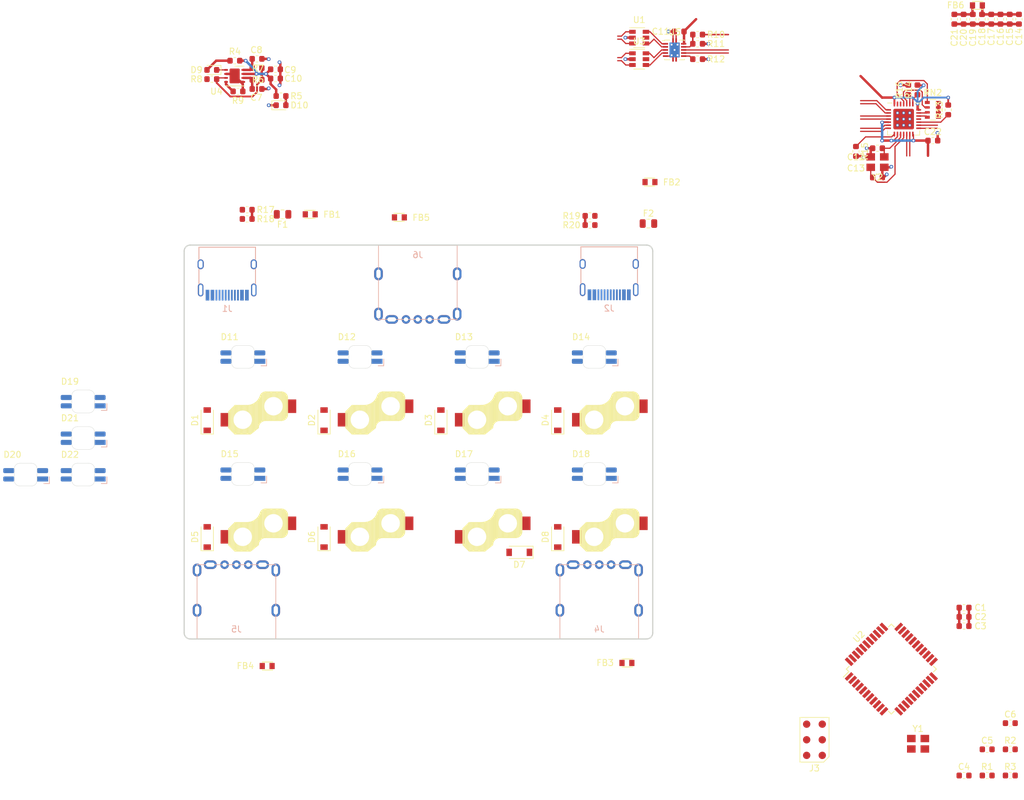
<source format=kicad_pcb>
(kicad_pcb (version 20171130) (host pcbnew "(5.1.6-0-10_14)")
  (title_block (title kvm-pad) (rev 0.1) (company "Carb and Josh"))
  (layers (0 F.Cu signal) (31 B.Cu signal) (34 B.Paste user) (35 F.Paste user) (36 B.SilkS user) (37 F.SilkS user) (38 B.Mask user) (39 F.Mask user) (44 Edge.Cuts user))
  (net 0 "")
  (net 1 GND)
  (net 2 +3V3)
  (net 3 /USB_5V_2)
  (net 4 +3.3VA)
  (net 5 /USB_5V_1)
  (net 6 /usb/XIN)
  (net 7 /usb/XOUT)
  (net 8 +5V)
  (net 9 "Net-(D1-Pad2)")
  (net 10 "Net-(D2-Pad2)")
  (net 11 /USB_VBUS_1)
  (net 12 "Net-(F1-Pad1)")
  (net 13 /USB_VBUS_2)
  (net 14 "Net-(F2-Pad1)")
  (net 15 "Net-(FB4-Pad1)")
  (net 16 "Net-(FB5-Pad1)")
  (net 17 /1_D+)
  (net 18 "Net-(J1-PadA5)")
  (net 19 /1_D-)
  (net 20 "Net-(J1-PadB5)")
  (net 21 /2_D+)
  (net 22 "Net-(J2-PadA5)")
  (net 23 /2_D-)
  (net 24 "Net-(J2-PadB5)")
  (net 25 /usb/D2_D+)
  (net 26 /usb/D2_D-)
  (net 27 /usb/D1_D+)
  (net 28 /usb/D1_D-)
  (net 29 /usb/D3_D+)
  (net 30 /usb/D3_D-)
  (net 31 "Net-(R6-Pad1)")
  (net 32 "Net-(R9-Pad1)")
  (net 33 "Net-(R10-Pad1)")
  (net 34 "Net-(R12-Pad1)")
  (net 35 /usb/nOVR_4)
  (net 36 /usb/nOVR_2)
  (net 37 /usb/nOVR_3)
  (net 38 /usb/nOVR_1)
  (net 39 /USB_1_D-)
  (net 40 /USB_1_D+)
  (net 41 /USB_2_D-)
  (net 42 /USB_2_D+)
  (net 43 /usb/UP_USB_N)
  (net 44 /usb/UP_USB_P)
  (net 45 /row1)
  (net 46 "Net-(D3-Pad2)")
  (net 47 "Net-(D4-Pad2)")
  (net 48 /row2)
  (net 49 "Net-(D5-Pad2)")
  (net 50 "Net-(D6-Pad2)")
  (net 51 "Net-(D7-Pad2)")
  (net 52 "Net-(D8-Pad2)")
  (net 53 "Net-(D9-Pad2)")
  (net 54 "Net-(D9-Pad1)")
  (net 55 "Net-(D10-Pad2)")
  (net 56 "Net-(FB3-Pad1)")
  (net 57 "Net-(J1-PadB8)")
  (net 58 "Net-(J1-PadA8)")
  (net 59 "Net-(J2-PadB8)")
  (net 60 "Net-(J2-PadA8)")
  (net 61 /MISO)
  (net 62 /MOSI)
  (net 63 /SCK)
  (net 64 /nRST)
  (net 65 /col1)
  (net 66 /col2)
  (net 67 /col3)
  (net 68 /col4)
  (net 69 /SWITCH)
  (net 70 "Net-(R13-Pad1)")
  (net 71 "Net-(R14-Pad1)")
  (net 72 "Net-(R15-Pad1)")
  (net 73 "Net-(R16-Pad1)")
  (net 74 /MCU_D-)
  (net 75 /MCU_D+)
  (net 76 "Net-(U6-Pad18)")
  (net 77 "Net-(U6-Pad26)")
  (net 78 "Net-(U2-Pad1)")
  (net 79 "Net-(R2-Pad1)")
  (net 80 "Net-(R1-Pad1)")
  (net 81 "Net-(C6-Pad1)")
  (net 82 "Net-(U2-Pad8)")
  (net 83 "Net-(U2-Pad12)")
  (net 84 "Net-(C4-Pad1)")
  (net 85 "Net-(C5-Pad1)")
  (net 86 "Net-(U2-Pad26)")
  (net 87 "Net-(U2-Pad28)")
  (net 88 "Net-(U2-Pad29)")
  (net 89 "Net-(U2-Pad30)")
  (net 90 "Net-(U2-Pad31)")
  (net 91 "Net-(U2-Pad32)")
  (net 92 "Net-(R3-Pad1)")
  (net 93 "Net-(U2-Pad36)")
  (net 94 "Net-(U2-Pad37)")
  (net 95 "Net-(U2-Pad38)")
  (net 96 "Net-(U2-Pad39)")
  (net 97 "Net-(D11-Pad4)")
  (net 98 "Net-(D11-Pad2)")
  (net 99 "Net-(D12-Pad2)")
  (net 100 "Net-(D13-Pad2)")
  (net 101 "Net-(D14-Pad2)")
  (net 102 "Net-(D15-Pad2)")
  (net 103 /LED_DAT)
  (net 104 "Net-(D16-Pad2)")
  (net 105 "Net-(D17-Pad2)")
  (net 106 "Net-(D18-Pad2)")
  (net 107 "Net-(D19-Pad2)")
  (net 108 "Net-(D20-Pad2)")
  (net 109 "Net-(D21-Pad2)")
  (net 110 "Net-(U2-Pad18)")
  (module Resistor_SMD:R_0603_1608Metric (layer F.Cu) (at 66 -3.25)
    (fp_text reference R20 (at -3 0) (layer F.SilkS))
    (fp_text value 5K1)
    (pad 2 smd roundrect (at 0.7875 0) (size 0.875 0.95) (layers F.Cu F.Paste F.Mask) (net 24 "Net-(J2-PadB5)"))
    (pad 1 smd roundrect (at -0.7875 0) (size 0.875 0.95) (layers F.Cu F.Paste F.Mask) (net 1 GND))
  )
  (module Resistor_SMD:R_0603_1608Metric (layer F.Cu) (at 66 -4.75)
    (fp_text reference R19 (at -3 0) (layer F.SilkS))
    (fp_text value 5K1)
    (pad 2 smd roundrect (at 0.7875 0) (size 0.875 0.95) (layers F.Cu F.Paste F.Mask) (net 22 "Net-(J2-PadA5)"))
    (pad 1 smd roundrect (at -0.7875 0) (size 0.875 0.95) (layers F.Cu F.Paste F.Mask) (net 1 GND))
  )
  (module Resistor_SMD:R_0603_1608Metric (layer F.Cu) (at 10.25 -4.25 180)
    (fp_text reference R18 (at -3 0) (layer F.SilkS))
    (fp_text value 5K1)
    (pad 2 smd roundrect (at 0.7875 0 180) (size 0.875 0.95) (layers F.Cu F.Paste F.Mask) (net 20 "Net-(J1-PadB5)"))
    (pad 1 smd roundrect (at -0.7875 0 180) (size 0.875 0.95) (layers F.Cu F.Paste F.Mask) (net 1 GND))
  )
  (module Resistor_SMD:R_0603_1608Metric (layer F.Cu) (at 10.25 -5.75 180)
    (fp_text reference R17 (at -3 0) (layer F.SilkS))
    (fp_text value 5K1)
    (pad 2 smd roundrect (at 0.7875 0 180) (size 0.875 0.95) (layers F.Cu F.Paste F.Mask) (net 18 "Net-(J1-PadA5)"))
    (pad 1 smd roundrect (at -0.7875 0 180) (size 0.875 0.95) (layers F.Cu F.Paste F.Mask) (net 1 GND))
  )
  (module josh-dfn-qfn:QFN-28-1EP_5x5mm_P0.5mm_EP3.35x3.35mm_ThermalVias (layer F.Cu) (at 117 -20.5)
    (fp_text reference U6 hide)
    (fp_text value CY7C65632-28LTXCT)
    (pad 29 smd roundrect (at 0 0) (size 3.35 3.35) (layers F.Cu F.Mask) (roundrect_rratio 0.074627) (net 1 GND))
    (pad 29 thru_hole circle (at -1 -1) (size 0.5 0.5) (drill 0.3) (layers *.Cu) (net 1 GND))
    (pad 29 thru_hole circle (at 0 -1) (size 0.5 0.5) (drill 0.3) (layers *.Cu) (net 1 GND))
    (pad 29 thru_hole circle (at 1 -1) (size 0.5 0.5) (drill 0.3) (layers *.Cu) (net 1 GND))
    (pad 29 thru_hole circle (at -1 0) (size 0.5 0.5) (drill 0.3) (layers *.Cu) (net 1 GND))
    (pad 29 thru_hole circle (at 0 0) (size 0.5 0.5) (drill 0.3) (layers *.Cu) (net 1 GND))
    (pad 29 thru_hole circle (at 1 0) (size 0.5 0.5) (drill 0.3) (layers *.Cu) (net 1 GND))
    (pad 29 thru_hole circle (at -1 1) (size 0.5 0.5) (drill 0.3) (layers *.Cu) (net 1 GND))
    (pad 29 thru_hole circle (at 0 1) (size 0.5 0.5) (drill 0.3) (layers *.Cu) (net 1 GND))
    (pad 29 thru_hole circle (at 1 1) (size 0.5 0.5) (drill 0.3) (layers *.Cu) (net 1 GND))
    (pad 1 smd roundrect (at -2.45 -1.5) (size 0.8 0.25) (layers F.Cu F.Paste F.Mask) (net 43 /usb/UP_USB_N))
    (pad 2 smd roundrect (at -2.45 -1) (size 0.8 0.25) (layers F.Cu F.Paste F.Mask) (net 44 /usb/UP_USB_P))
    (pad 3 smd roundrect (at -2.45 -0.5) (size 0.8 0.25) (layers F.Cu F.Paste F.Mask) (net 28 /usb/D1_D-))
    (pad 4 smd roundrect (at -2.45 0) (size 0.8 0.25) (layers F.Cu F.Paste F.Mask) (net 27 /usb/D1_D+))
    (pad 5 smd roundrect (at -2.45 0.5) (size 0.8 0.25) (layers F.Cu F.Paste F.Mask) (net 4 +3.3VA))
    (pad 6 smd roundrect (at -2.45 1) (size 0.8 0.25) (layers F.Cu F.Paste F.Mask) (net 26 /usb/D2_D-))
    (pad 7 smd roundrect (at -2.45 1.5) (size 0.8 0.25) (layers F.Cu F.Paste F.Mask) (net 25 /usb/D2_D+))
    (pad 8 smd roundrect (at -1.5 2.45) (size 0.25 0.8) (layers F.Cu F.Paste F.Mask) (net 72 "Net-(R15-Pad1)"))
    (pad 9 smd roundrect (at -1 2.45) (size 0.25 0.8) (layers F.Cu F.Paste F.Mask) (net 4 +3.3VA))
    (pad 10 smd roundrect (at -0.5 2.45) (size 0.25 0.8) (layers F.Cu F.Paste F.Mask) (net 6 /usb/XIN))
    (pad 11 smd roundrect (at 0 2.45) (size 0.25 0.8) (layers F.Cu F.Paste F.Mask) (net 7 /usb/XOUT))
    (pad 12 smd roundrect (at 0.5 2.45) (size 0.25 0.8) (layers F.Cu F.Paste F.Mask) (net 30 /usb/D3_D-))
    (pad 13 smd roundrect (at 1 2.45) (size 0.25 0.8) (layers F.Cu F.Paste F.Mask) (net 29 /usb/D3_D+))
    (pad 14 smd roundrect (at 1.5 2.45) (size 0.25 0.8) (layers F.Cu F.Paste F.Mask) (net 4 +3.3VA))
    (pad 15 smd roundrect (at 2.45 1.5) (size 0.8 0.25) (layers F.Cu F.Paste F.Mask) (net 74 /MCU_D-))
    (pad 16 smd roundrect (at 2.45 1) (size 0.8 0.25) (layers F.Cu F.Paste F.Mask) (net 75 /MCU_D+))
    (pad 17 smd roundrect (at 2.45 0.5) (size 0.8 0.25) (layers F.Cu F.Paste F.Mask) (net 70 "Net-(R13-Pad1)"))
    (pad 18 smd roundrect (at 2.45 0) (size 0.8 0.25) (layers F.Cu F.Paste F.Mask) (net 76 "Net-(U6-Pad18)"))
    (pad 19 smd roundrect (at 2.45 -0.5) (size 0.8 0.25) (layers F.Cu F.Paste F.Mask) (net 35 /usb/nOVR_4))
    (pad 20 smd roundrect (at 2.45 -1) (size 0.8 0.25) (layers F.Cu F.Paste F.Mask) (net 37 /usb/nOVR_3))
    (pad 21 smd roundrect (at 2.45 -1.5) (size 0.8 0.25) (layers F.Cu F.Paste F.Mask) (net 2 +3V3))
    (pad 22 smd roundrect (at 1.5 -2.45) (size 0.25 0.8) (layers F.Cu F.Paste F.Mask) (net 71 "Net-(R14-Pad1)"))
    (pad 23 smd roundrect (at 1 -2.45) (size 0.25 0.8) (layers F.Cu F.Paste F.Mask) (net 73 "Net-(R16-Pad1)"))
    (pad 24 smd roundrect (at 0.5 -2.45) (size 0.25 0.8) (layers F.Cu F.Paste F.Mask) (net 36 /usb/nOVR_2))
    (pad 25 smd roundrect (at 0 -2.45) (size 0.25 0.8) (layers F.Cu F.Paste F.Mask) (net 38 /usb/nOVR_1))
    (pad 26 smd roundrect (at -0.5 -2.45) (size 0.25 0.8) (layers F.Cu F.Paste F.Mask) (net 77 "Net-(U6-Pad26)"))
    (pad 27 smd roundrect (at -1 -2.45) (size 0.25 0.8) (layers F.Cu F.Paste F.Mask) (net 8 +5V))
    (pad 28 smd roundrect (at -1.5 -2.45) (size 0.25 0.8) (layers F.Cu F.Paste F.Mask) (net 2 +3V3))
  )
  (module Capacitor_SMD:C_0603_1608Metric (layer F.Cu) (at 14.85 -28.6)
    (fp_text reference C9 (at 2.4 0.1) (layer F.SilkS))
    (fp_text value 10u)
    (pad 2 smd roundrect (at 0.7875 0) (size 0.875 0.95) (layers F.Cu F.Paste F.Mask) (net 1 GND))
    (pad 1 smd roundrect (at -0.7875 0) (size 0.875 0.95) (layers F.Cu F.Paste F.Mask) (net 8 +5V))
  )
  (module josh-oscillators:Crystal_SMD_3225-4Pin_3.2x2.5mm (layer F.Cu) (at 112.75 -13.5 180)
    (fp_text reference Y2 (at 0 -2.45) (layer F.SilkS))
    (fp_text value 12MHz)
    (pad 4 smd rect (at -1.1 -0.85 180) (size 1.4 1.2) (layers F.Cu F.Paste F.Mask) (net 1 GND))
    (pad 3 smd rect (at 1.1 -0.85 180) (size 1.4 1.2) (layers F.Cu F.Paste F.Mask) (net 7 /usb/XOUT))
    (pad 2 smd rect (at 1.1 0.85 180) (size 1.4 1.2) (layers F.Cu F.Paste F.Mask) (net 1 GND))
    (pad 1 smd rect (at -1.1 0.85 180) (size 1.4 1.2) (layers F.Cu F.Paste F.Mask) (net 6 /usb/XIN))
  )
  (module josh-dfn-qfn:VSON-6-1EP_3x3mm_P0.65mm_EP1.65x2.4mm (layer F.Cu) (at 8.25 -27.5)
    (fp_text reference U4 (at -3 2.5) (layer F.SilkS))
    (fp_text value TPS211x)
    (pad 5 smd roundrect (at 1.3625 0.95) (size 0.6 0.3) (layers F.Cu F.Paste F.Mask) (net 1 GND))
    (pad 7 smd roundrect (at 1.3625 -0.35) (size 0.6 0.3) (layers F.Cu F.Paste F.Mask) (net 8 +5V))
    (pad 6 smd roundrect (at 1.3625 0.3) (size 0.6 0.3) (layers F.Cu F.Paste F.Mask) (net 3 /USB_5V_2))
    (pad 8 smd roundrect (at 1.3625 -1) (size 0.6 0.3) (layers F.Cu F.Paste F.Mask) (net 5 /USB_5V_1))
    (pad 9 smd roundrect (at -0.04 -0.02) (size 1.65 2.4) (layers F.Cu F.Mask) (roundrect_rratio 0.1) (net 1 GND))
    (pad 4 smd roundrect (at -1.4375 0.95) (size 0.6 0.3) (layers F.Cu F.Paste F.Mask) (net 32 "Net-(R9-Pad1)"))
    (pad 3 smd roundrect (at -1.4375 0.3) (size 0.6 0.3) (layers F.Cu F.Paste F.Mask) (net 31 "Net-(R6-Pad1)"))
    (pad 2 smd roundrect (at -1.4375 -0.35) (size 0.6 0.3) (layers F.Cu F.Paste F.Mask) (net 1 GND))
    (pad 1 smd roundrect (at -1.4375 -1) (size 0.6 0.3) (layers F.Cu F.Paste F.Mask) (net 54 "Net-(D9-Pad1)"))
  )
  (module Package_TO_SOT_SMD:SOT-23-6 (layer F.Cu) (at 74 -30.25)
    (fp_text reference U3 (at 0 -2.9) (layer F.SilkS))
    (fp_text value USBLC6-2SC6)
    (pad 5 smd rect (at 1.1 0) (size 1.06 0.65) (layers F.Cu F.Paste F.Mask) (net 13 /USB_VBUS_2))
    (pad 6 smd rect (at 1.1 -0.95) (size 1.06 0.65) (layers F.Cu F.Paste F.Mask) (net 42 /USB_2_D+))
    (pad 4 smd rect (at 1.1 0.95) (size 1.06 0.65) (layers F.Cu F.Paste F.Mask) (net 41 /USB_2_D-))
    (pad 3 smd rect (at -1.1 0.95) (size 1.06 0.65) (layers F.Cu F.Paste F.Mask) (net 23 /2_D-))
    (pad 2 smd rect (at -1.1 0) (size 1.06 0.65) (layers F.Cu F.Paste F.Mask) (net 1 GND))
    (pad 1 smd rect (at -1.1 -0.95) (size 1.06 0.65) (layers F.Cu F.Paste F.Mask) (net 21 /2_D+))
  )
  (module Package_TO_SOT_SMD:SOT-23-6 (layer F.Cu) (at 74 -33.75)
    (fp_text reference U1 (at 0 -2.9) (layer F.SilkS))
    (fp_text value USBLC6-2SC6)
    (pad 5 smd rect (at 1.1 0) (size 1.06 0.65) (layers F.Cu F.Paste F.Mask) (net 11 /USB_VBUS_1))
    (pad 6 smd rect (at 1.1 -0.95) (size 1.06 0.65) (layers F.Cu F.Paste F.Mask) (net 40 /USB_1_D+))
    (pad 4 smd rect (at 1.1 0.95) (size 1.06 0.65) (layers F.Cu F.Paste F.Mask) (net 39 /USB_1_D-))
    (pad 3 smd rect (at -1.1 0.95) (size 1.06 0.65) (layers F.Cu F.Paste F.Mask) (net 19 /1_D-))
    (pad 2 smd rect (at -1.1 0) (size 1.06 0.65) (layers F.Cu F.Paste F.Mask) (net 1 GND))
    (pad 1 smd rect (at -1.1 -0.95) (size 1.06 0.65) (layers F.Cu F.Paste F.Mask) (net 17 /1_D+))
  )
  (module Resistor_SMD:R_Array_Convex_4x0603 (layer F.Cu) (at 121.75 -22)
    (fp_text reference RN2 (at 0 -2.8) (layer F.SilkS))
    (fp_text value 5K1)
    (pad 5 smd rect (at 0.9 1.2) (size 0.8 0.5) (layers F.Cu F.Paste F.Mask) (net 2 +3V3))
    (pad 6 smd rect (at 0.9 0.4) (size 0.8 0.4) (layers F.Cu F.Paste F.Mask) (net 2 +3V3))
    (pad 8 smd rect (at 0.9 -1.2) (size 0.8 0.5) (layers F.Cu F.Paste F.Mask) (net 2 +3V3))
    (pad 7 smd rect (at 0.9 -0.4) (size 0.8 0.4) (layers F.Cu F.Paste F.Mask) (net 2 +3V3))
    (pad 4 smd rect (at -0.9 1.2) (size 0.8 0.5) (layers F.Cu F.Paste F.Mask) (net 35 /usb/nOVR_4))
    (pad 2 smd rect (at -0.9 -0.4) (size 0.8 0.4) (layers F.Cu F.Paste F.Mask) (net 36 /usb/nOVR_2))
    (pad 3 smd rect (at -0.9 0.4) (size 0.8 0.4) (layers F.Cu F.Paste F.Mask) (net 37 /usb/nOVR_3))
    (pad 1 smd rect (at -0.9 -1.2) (size 0.8 0.5) (layers F.Cu F.Paste F.Mask) (net 38 /usb/nOVR_1))
  )
  (module Resistor_SMD:R_0603_1608Metric (layer F.Cu) (at 15.75 -24.25)
    (fp_text reference R5 (at 2.5 0) (layer F.SilkS))
    (fp_text value 2K2)
    (pad 2 smd roundrect (at 0.7875 0) (size 0.875 0.95) (layers F.Cu F.Paste F.Mask) (net 55 "Net-(D10-Pad2)"))
    (pad 1 smd roundrect (at -0.7875 0) (size 0.875 0.95) (layers F.Cu F.Paste F.Mask) (net 8 +5V))
  )
  (module Resistor_SMD:R_0603_1608Metric (layer F.Cu) (at 109.25 -15.25 270)
    (fp_text reference R15 (at 0 -1.43 90) (layer F.SilkS))
    (fp_text value 649R)
    (pad 1 smd roundrect (at -0.7875 0 270) (size 0.875 0.95) (layers F.Cu F.Paste F.Mask) (net 72 "Net-(R15-Pad1)"))
    (pad 2 smd roundrect (at 0.7875 0 270) (size 0.875 0.95) (layers F.Cu F.Paste F.Mask) (net 1 GND))
  )
  (module Resistor_SMD:R_0603_1608Metric (layer F.Cu) (at 119.25 -25.25 90)
    (fp_text reference R14 (at 0 -1.43 90) (layer F.SilkS))
    (fp_text value 100K)
    (pad 1 smd roundrect (at -0.7875 0 90) (size 0.875 0.95) (layers F.Cu F.Paste F.Mask) (net 71 "Net-(R14-Pad1)"))
    (pad 2 smd roundrect (at 0.7875 0 90) (size 0.875 0.95) (layers F.Cu F.Paste F.Mask) (net 2 +3V3))
  )
  (module Resistor_SMD:R_0603_1608Metric (layer F.Cu) (at 124.25 -22 90)
    (fp_text reference R13 (at 0 -1.43 90) (layer F.SilkS))
    (fp_text value 10K)
    (pad 2 smd roundrect (at 0.7875 0 90) (size 0.875 0.95) (layers F.Cu F.Paste F.Mask) (net 2 +3V3))
    (pad 1 smd roundrect (at -0.7875 0 90) (size 0.875 0.95) (layers F.Cu F.Paste F.Mask) (net 70 "Net-(R13-Pad1)"))
  )
  (module Resistor_SMD:R_0603_1608Metric (layer F.Cu) (at 117.75 -25.25 90)
    (fp_text reference R16 (at 0 -1.43 90) (layer F.SilkS))
    (fp_text value 100K)
    (pad 1 smd roundrect (at -0.7875 0 90) (size 0.875 0.95) (layers F.Cu F.Paste F.Mask) (net 73 "Net-(R16-Pad1)"))
    (pad 2 smd roundrect (at 0.7875 0 90) (size 0.875 0.95) (layers F.Cu F.Paste F.Mask) (net 1 GND))
  )
  (module Resistor_SMD:R_0603_1608Metric (layer F.Cu) (at 8.25 -30 180)
    (fp_text reference R4 (at 0 1.5) (layer F.SilkS))
    (fp_text value 2K2)
    (pad 2 smd roundrect (at 0.7875 0 180) (size 0.875 0.95) (layers F.Cu F.Paste F.Mask) (net 53 "Net-(D9-Pad2)"))
    (pad 1 smd roundrect (at -0.7875 0 180) (size 0.875 0.95) (layers F.Cu F.Paste F.Mask) (net 8 +5V))
  )
  (module Resistor_SMD:R_0603_1608Metric (layer F.Cu) (at 8.75 -25)
    (fp_text reference R9 (at 0 1.5) (layer F.SilkS))
    (fp_text value R_LIM)
    (pad 2 smd roundrect (at 0.7875 0) (size 0.875 0.95) (layers F.Cu F.Paste F.Mask) (net 1 GND))
    (pad 1 smd roundrect (at -0.7875 0) (size 0.875 0.95) (layers F.Cu F.Paste F.Mask) (net 32 "Net-(R9-Pad1)"))
  )
  (module Resistor_SMD:R_0603_1608Metric (layer F.Cu) (at 83.5 -30.25)
    (fp_text reference R12 (at 3 0) (layer F.SilkS))
    (fp_text value 10K)
    (pad 2 smd roundrect (at 0.7875 0) (size 0.875 0.95) (layers F.Cu F.Paste F.Mask) (net 1 GND))
    (pad 1 smd roundrect (at -0.7875 0) (size 0.875 0.95) (layers F.Cu F.Paste F.Mask) (net 34 "Net-(R12-Pad1)"))
  )
  (module Resistor_SMD:R_0603_1608Metric (layer F.Cu) (at 4.5 -27 180)
    (fp_text reference R8 (at 2.5 0) (layer F.SilkS))
    (fp_text value 10K)
    (pad 2 smd roundrect (at 0.7875 0 180) (size 0.875 0.95) (layers F.Cu F.Paste F.Mask) (net 1 GND))
    (pad 1 smd roundrect (at -0.7875 0 180) (size 0.875 0.95) (layers F.Cu F.Paste F.Mask) (net 31 "Net-(R6-Pad1)"))
  )
  (module Resistor_SMD:R_0603_1608Metric (layer F.Cu) (at 83.5 -32.75 180)
    (fp_text reference R11 (at -3 0) (layer F.SilkS))
    (fp_text value 10K)
    (pad 2 smd roundrect (at 0.7875 0 180) (size 0.875 0.95) (layers F.Cu F.Paste F.Mask) (net 33 "Net-(R10-Pad1)"))
    (pad 1 smd roundrect (at -0.7875 0 180) (size 0.875 0.95) (layers F.Cu F.Paste F.Mask) (net 1 GND))
  )
  (module Resistor_SMD:R_0603_1608Metric (layer F.Cu) (at 11.85 -28.8 180)
    (fp_text reference R7 (at -0.15 -0.05) (layer F.SilkS))
    (fp_text value 0R)
    (pad 2 smd roundrect (at 0.7875 0 180) (size 0.875 0.95) (layers F.Cu F.Paste F.Mask) (net 5 /USB_5V_1))
    (pad 1 smd roundrect (at -0.7875 0 180) (size 0.875 0.95) (layers F.Cu F.Paste F.Mask) (net 31 "Net-(R6-Pad1)"))
  )
  (module Resistor_SMD:R_0603_1608Metric (layer F.Cu) (at 11.85 -26.9 180)
    (fp_text reference R6 (at -0.15 0) (layer F.SilkS))
    (fp_text value DNP)
    (pad 2 smd roundrect (at 0.7875 0 180) (size 0.875 0.95) (layers F.Cu F.Paste F.Mask) (net 3 /USB_5V_2))
    (pad 1 smd roundrect (at -0.7875 0 180) (size 0.875 0.95) (layers F.Cu F.Paste F.Mask) (net 31 "Net-(R6-Pad1)"))
  )
  (module Resistor_SMD:R_0603_1608Metric (layer F.Cu) (at 83.5 -34.25)
    (fp_text reference R10 (at 3 0) (layer F.SilkS))
    (fp_text value 10K)
    (pad 1 smd roundrect (at -0.7875 0) (size 0.875 0.95) (layers F.Cu F.Paste F.Mask) (net 33 "Net-(R10-Pad1)"))
    (pad 2 smd roundrect (at 0.7875 0) (size 0.875 0.95) (layers F.Cu F.Paste F.Mask) (net 69 /SWITCH))
  )
  (module josh-connectors:USB_C_U262-161N-4BVC11 (layer B.Cu) (at 69.115 4.945)
    (fp_text reference J2 (at 0 5.35) (layer B.SilkS) (effects (justify mirror)))
    (fp_text value USB_C_Receptacle_USB2.0)
    (pad A12 smd rect (at 3.35 3.15) (size 0.3 1.75) (layers B.Cu B.Paste B.Mask) (net 1 GND) (clearance 0.01))
    (pad B1 smd rect (at 3.05 3.15) (size 0.3 1.75) (layers B.Cu B.Paste B.Mask) (net 1 GND) (clearance 0.01))
    (pad B4 smd rect (at 2.25 3.15) (size 0.3 1.75) (layers B.Cu B.Paste B.Mask) (net 13 /USB_VBUS_2) (clearance 0.01))
    (pad A9 smd rect (at 2.55 3.15) (size 0.3 1.75) (layers B.Cu B.Paste B.Mask) (net 13 /USB_VBUS_2) (clearance 0.01))
    (pad B9 smd rect (at -2.25 3.15) (size 0.3 1.75) (layers B.Cu B.Paste B.Mask) (net 13 /USB_VBUS_2) (clearance 0.01))
    (pad A4 smd rect (at -2.55 3.15) (size 0.3 1.75) (layers B.Cu B.Paste B.Mask) (net 13 /USB_VBUS_2) (clearance 0.01))
    (pad B12 smd rect (at -3.05 3.15) (size 0.3 1.75) (layers B.Cu B.Paste B.Mask) (net 1 GND) (clearance 0.01))
    (pad A1 smd rect (at -3.35 3.15) (size 0.3 1.75) (layers B.Cu B.Paste B.Mask) (net 1 GND) (clearance 0.01))
    (pad A6 smd rect (at -0.25 3.15) (size 0.3 1.75) (layers B.Cu B.Paste B.Mask) (net 21 /2_D+))
    (pad A5 smd rect (at -1.25 3.15) (size 0.3 1.75) (layers B.Cu B.Paste B.Mask) (net 22 "Net-(J2-PadA5)"))
    (pad B8 smd rect (at -1.75 3.15) (size 0.3 1.75) (layers B.Cu B.Paste B.Mask) (net 59 "Net-(J2-PadB8)"))
    (pad B7 smd rect (at -0.75 3.15) (size 0.3 1.75) (layers B.Cu B.Paste B.Mask) (net 23 /2_D-))
    (pad B5 smd rect (at 1.75 3.15) (size 0.3 1.75) (layers B.Cu B.Paste B.Mask) (net 24 "Net-(J2-PadB5)"))
    (pad A8 smd rect (at 1.25 3.15) (size 0.3 1.75) (layers B.Cu B.Paste B.Mask) (net 60 "Net-(J2-PadA8)"))
    (pad B6 smd rect (at 0.75 3.15) (size 0.3 1.75) (layers B.Cu B.Paste B.Mask) (net 21 /2_D+))
    (pad A7 smd rect (at 0.25 3.15) (size 0.3 1.75) (layers B.Cu B.Paste B.Mask) (net 23 /2_D-))
    (pad "" np_thru_hole circle (at 2.89 1.81) (size 0.65 0.65) (drill 0.65) (layers *.Cu *.Mask) (clearance 0.01))
    (pad "" np_thru_hole circle (at -2.89 1.81) (size 0.65 0.65) (drill 0.65) (layers *.Cu *.Mask) (clearance 0.01))
    (pad S1 thru_hole oval (at 4.32 2.31) (size 0.9 2.1) (drill oval 0.5 1.7) (layers *.Cu *.Mask B.Paste) (net 1 GND))
    (pad S1 thru_hole oval (at -4.32 2.31) (size 0.9 2.1) (drill oval 0.5 1.7) (layers *.Cu *.Mask B.Paste) (net 1 GND))
    (pad S1 thru_hole oval (at 4.32 -1.87) (size 1 1.6) (drill oval 0.6 1.2) (layers *.Cu *.Mask B.Paste) (net 1 GND))
    (pad S1 thru_hole oval (at -4.32 -1.87) (size 1 1.6) (drill oval 0.6 1.2) (layers *.Cu *.Mask B.Paste) (net 1 GND))
  )
  (module josh-connectors:USB_C_U262-161N-4BVC11 (layer B.Cu) (at 7 5)
    (fp_text reference J1 (at 0 5.35) (layer B.SilkS) (effects (justify mirror)))
    (fp_text value USB_C_Receptacle_USB2.0)
    (pad A12 smd rect (at 3.35 3.15) (size 0.3 1.75) (layers B.Cu B.Paste B.Mask) (net 1 GND) (clearance 0.01))
    (pad B1 smd rect (at 3.05 3.15) (size 0.3 1.75) (layers B.Cu B.Paste B.Mask) (net 1 GND) (clearance 0.01))
    (pad B4 smd rect (at 2.25 3.15) (size 0.3 1.75) (layers B.Cu B.Paste B.Mask) (net 11 /USB_VBUS_1) (clearance 0.01))
    (pad A9 smd rect (at 2.55 3.15) (size 0.3 1.75) (layers B.Cu B.Paste B.Mask) (net 11 /USB_VBUS_1) (clearance 0.01))
    (pad B9 smd rect (at -2.25 3.15) (size 0.3 1.75) (layers B.Cu B.Paste B.Mask) (net 11 /USB_VBUS_1) (clearance 0.01))
    (pad A4 smd rect (at -2.55 3.15) (size 0.3 1.75) (layers B.Cu B.Paste B.Mask) (net 11 /USB_VBUS_1) (clearance 0.01))
    (pad B12 smd rect (at -3.05 3.15) (size 0.3 1.75) (layers B.Cu B.Paste B.Mask) (net 1 GND) (clearance 0.01))
    (pad A1 smd rect (at -3.35 3.15) (size 0.3 1.75) (layers B.Cu B.Paste B.Mask) (net 1 GND) (clearance 0.01))
    (pad A6 smd rect (at -0.25 3.15) (size 0.3 1.75) (layers B.Cu B.Paste B.Mask) (net 17 /1_D+))
    (pad A5 smd rect (at -1.25 3.15) (size 0.3 1.75) (layers B.Cu B.Paste B.Mask) (net 18 "Net-(J1-PadA5)"))
    (pad B8 smd rect (at -1.75 3.15) (size 0.3 1.75) (layers B.Cu B.Paste B.Mask) (net 57 "Net-(J1-PadB8)"))
    (pad B7 smd rect (at -0.75 3.15) (size 0.3 1.75) (layers B.Cu B.Paste B.Mask) (net 19 /1_D-))
    (pad B5 smd rect (at 1.75 3.15) (size 0.3 1.75) (layers B.Cu B.Paste B.Mask) (net 20 "Net-(J1-PadB5)"))
    (pad A8 smd rect (at 1.25 3.15) (size 0.3 1.75) (layers B.Cu B.Paste B.Mask) (net 58 "Net-(J1-PadA8)"))
    (pad B6 smd rect (at 0.75 3.15) (size 0.3 1.75) (layers B.Cu B.Paste B.Mask) (net 17 /1_D+))
    (pad A7 smd rect (at 0.25 3.15) (size 0.3 1.75) (layers B.Cu B.Paste B.Mask) (net 19 /1_D-))
    (pad "" np_thru_hole circle (at 2.89 1.81) (size 0.65 0.65) (drill 0.65) (layers *.Cu *.Mask) (clearance 0.01))
    (pad "" np_thru_hole circle (at -2.89 1.81) (size 0.65 0.65) (drill 0.65) (layers *.Cu *.Mask) (clearance 0.01))
    (pad S1 thru_hole oval (at 4.32 2.31) (size 0.9 2.1) (drill oval 0.5 1.7) (layers *.Cu *.Mask B.Paste) (net 1 GND))
    (pad S1 thru_hole oval (at -4.32 2.31) (size 0.9 2.1) (drill oval 0.5 1.7) (layers *.Cu *.Mask B.Paste) (net 1 GND))
    (pad S1 thru_hole oval (at 4.32 -1.87) (size 1 1.6) (drill oval 0.6 1.2) (layers *.Cu *.Mask B.Paste) (net 1 GND))
    (pad S1 thru_hole oval (at -4.32 -1.87) (size 1 1.6) (drill oval 0.6 1.2) (layers *.Cu *.Mask B.Paste) (net 1 GND))
  )
  (module josh-passives-smt:Ferrite_Bead_0603 (layer F.Cu) (at 35 -4.5)
    (fp_text reference FB5 (at 3.542 0.028) (layer F.SilkS))
    (fp_text value 600R hide)
    (pad 2 smd rect (at 0.8 0) (size 0.85 1) (layers F.Cu F.Paste F.Mask) (net 8 +5V))
    (pad 1 smd rect (at -0.8 0) (size 0.85 1) (layers F.Cu F.Paste F.Mask) (net 16 "Net-(FB5-Pad1)"))
  )
  (module josh-passives-smt:Ferrite_Bead_0603 (layer F.Cu) (at 72 68 180)
    (fp_text reference FB3 (at 3.542 0.028) (layer F.SilkS))
    (fp_text value 600R hide)
    (pad 2 smd rect (at 0.8 0 180) (size 0.85 1) (layers F.Cu F.Paste F.Mask) (net 8 +5V))
    (pad 1 smd rect (at -0.8 0 180) (size 0.85 1) (layers F.Cu F.Paste F.Mask) (net 56 "Net-(FB3-Pad1)"))
  )
  (module josh-passives-smt:Ferrite_Bead_0603 (layer F.Cu) (at 13.5 68.5 180)
    (fp_text reference FB4 (at 3.542 0.028) (layer F.SilkS))
    (fp_text value 600R hide)
    (pad 2 smd rect (at 0.8 0 180) (size 0.85 1) (layers F.Cu F.Paste F.Mask) (net 8 +5V))
    (pad 1 smd rect (at -0.8 0 180) (size 0.85 1) (layers F.Cu F.Paste F.Mask) (net 15 "Net-(FB4-Pad1)"))
  )
  (module josh-passives-smt:Ferrite_Bead_0603 (layer F.Cu) (at 129 -39 180)
    (fp_text reference FB6 (at 3.542 0.028) (layer F.SilkS))
    (fp_text value 600R hide)
    (pad 2 smd rect (at 0.8 0 180) (size 0.85 1) (layers F.Cu F.Paste F.Mask) (net 2 +3V3))
    (pad 1 smd rect (at -0.8 0 180) (size 0.85 1) (layers F.Cu F.Paste F.Mask) (net 4 +3.3VA))
  )
  (module josh-passives-smt:Ferrite_Bead_0603 (layer F.Cu) (at 75.75 -10.25)
    (fp_text reference FB2 (at 3.542 0.028) (layer F.SilkS))
    (fp_text value 600R hide)
    (pad 2 smd rect (at 0.8 0) (size 0.85 1) (layers F.Cu F.Paste F.Mask) (net 3 /USB_5V_2))
    (pad 1 smd rect (at -0.8 0) (size 0.85 1) (layers F.Cu F.Paste F.Mask) (net 14 "Net-(F2-Pad1)"))
  )
  (module josh-passives-smt:Ferrite_Bead_0603 (layer F.Cu) (at 20.5 -5)
    (fp_text reference FB1 (at 3.542 0.028) (layer F.SilkS))
    (fp_text value 600R hide)
    (pad 2 smd rect (at 0.8 0) (size 0.85 1) (layers F.Cu F.Paste F.Mask) (net 5 /USB_5V_1))
    (pad 1 smd rect (at -0.8 0) (size 0.85 1) (layers F.Cu F.Paste F.Mask) (net 12 "Net-(F1-Pad1)"))
  )
  (module josh-passives-smt:Fuse_0805_2012Metric (layer F.Cu) (at 75.5 -3.5)
    (fp_text reference F2 (at 0 -1.65) (layer F.SilkS))
    (fp_text value 500mA)
    (pad 2 smd roundrect (at 0.9375 0) (size 0.975 1.4) (layers F.Cu F.Paste F.Mask) (net 13 /USB_VBUS_2))
    (pad 1 smd roundrect (at -0.9375 0) (size 0.975 1.4) (layers F.Cu F.Paste F.Mask) (net 14 "Net-(F2-Pad1)"))
  )
  (module josh-passives-smt:Fuse_0805_2012Metric (layer F.Cu) (at 16 -5 180)
    (fp_text reference F1 (at 0 -1.65) (layer F.SilkS))
    (fp_text value 500mA)
    (pad 2 smd roundrect (at 0.9375 0 180) (size 0.975 1.4) (layers F.Cu F.Paste F.Mask) (net 11 /USB_VBUS_1))
    (pad 1 smd roundrect (at -0.9375 0 180) (size 0.975 1.4) (layers F.Cu F.Paste F.Mask) (net 12 "Net-(F1-Pad1)"))
  )
  (module LED_SMD:LED_0603_1608Metric (layer F.Cu) (at 15.75 -22.75)
    (fp_text reference D10 (at 3 0) (layer F.SilkS))
    (fp_text value PWR)
    (pad 2 smd roundrect (at 0.7875 0) (size 0.875 0.95) (layers F.Cu F.Paste F.Mask) (net 55 "Net-(D10-Pad2)"))
    (pad 1 smd roundrect (at -0.7875 0) (size 0.875 0.95) (layers F.Cu F.Paste F.Mask) (net 1 GND))
  )
  (module LED_SMD:LED_0603_1608Metric (layer F.Cu) (at 4.5 -28.5 180)
    (fp_text reference D9 (at 2.5 0) (layer F.SilkS))
    (fp_text value STAT)
    (pad 2 smd roundrect (at 0.7875 0 180) (size 0.875 0.95) (layers F.Cu F.Paste F.Mask) (net 53 "Net-(D9-Pad2)"))
    (pad 1 smd roundrect (at -0.7875 0 180) (size 0.875 0.95) (layers F.Cu F.Paste F.Mask) (net 54 "Net-(D9-Pad1)"))
  )
  (module Capacitor_SMD:C_0603_1608Metric (layer F.Cu) (at 14.85 -27.1)
    (fp_text reference C10 (at 2.9 0) (layer F.SilkS))
    (fp_text value 1u)
    (pad 2 smd roundrect (at 0.7875 0) (size 0.875 0.95) (layers F.Cu F.Paste F.Mask) (net 1 GND))
    (pad 1 smd roundrect (at -0.7875 0) (size 0.875 0.95) (layers F.Cu F.Paste F.Mask) (net 8 +5V))
  )
  (module Capacitor_SMD:C_0603_1608Metric (layer F.Cu) (at 126.75 -36.75 270)
    (fp_text reference C20 (at 3 0 90) (layer F.SilkS))
    (fp_text value 1u)
    (pad 2 smd roundrect (at 0.7875 0 270) (size 0.875 0.95) (layers F.Cu F.Paste F.Mask) (net 1 GND))
    (pad 1 smd roundrect (at -0.7875 0 270) (size 0.875 0.95) (layers F.Cu F.Paste F.Mask) (net 2 +3V3))
  )
  (module Capacitor_SMD:C_0603_1608Metric (layer F.Cu) (at 80.5 -34.75)
    (fp_text reference C11 (at -3 0) (layer F.SilkS))
    (fp_text value 100n)
    (pad 2 smd roundrect (at 0.7875 0) (size 0.875 0.95) (layers F.Cu F.Paste F.Mask) (net 4 +3.3VA))
    (pad 1 smd roundrect (at -0.7875 0) (size 0.875 0.95) (layers F.Cu F.Paste F.Mask) (net 1 GND))
  )
  (module Capacitor_SMD:C_0603_1608Metric (layer F.Cu) (at 128.25 -36.75 270)
    (fp_text reference C19 (at 3 0 90) (layer F.SilkS))
    (fp_text value 100n)
    (pad 2 smd roundrect (at 0.7875 0 270) (size 0.875 0.95) (layers F.Cu F.Paste F.Mask) (net 1 GND))
    (pad 1 smd roundrect (at -0.7875 0 270) (size 0.875 0.95) (layers F.Cu F.Paste F.Mask) (net 2 +3V3))
  )
  (module Capacitor_SMD:C_0603_1608Metric (layer F.Cu) (at 129.75 -36.75 270)
    (fp_text reference C18 (at 2.87 0 90) (layer F.SilkS))
    (fp_text value 1u)
    (pad 2 smd roundrect (at 0.7875 0 270) (size 0.875 0.95) (layers F.Cu F.Paste F.Mask) (net 1 GND))
    (pad 1 smd roundrect (at -0.7875 0 270) (size 0.875 0.95) (layers F.Cu F.Paste F.Mask) (net 4 +3.3VA))
  )
  (module Capacitor_SMD:C_0603_1608Metric (layer F.Cu) (at 112.75 -11)
    (fp_text reference C13 (at -3.5 -1.5) (layer F.SilkS))
    (fp_text value 22p)
    (pad 2 smd roundrect (at 0.7875 0) (size 0.875 0.95) (layers F.Cu F.Paste F.Mask) (net 1 GND))
    (pad 1 smd roundrect (at -0.7875 0) (size 0.875 0.95) (layers F.Cu F.Paste F.Mask) (net 7 /usb/XOUT))
  )
  (module Capacitor_SMD:C_0603_1608Metric (layer F.Cu) (at 112.75 -15.75 180)
    (fp_text reference C12 (at 3.5 -1.43) (layer F.SilkS))
    (fp_text value 22p)
    (pad 2 smd roundrect (at 0.7875 0 180) (size 0.875 0.95) (layers F.Cu F.Paste F.Mask) (net 1 GND))
    (pad 1 smd roundrect (at -0.7875 0 180) (size 0.875 0.95) (layers F.Cu F.Paste F.Mask) (net 6 /usb/XIN))
  )
  (module Capacitor_SMD:C_0603_1608Metric (layer F.Cu) (at 131.25 -36.75 270)
    (fp_text reference C17 (at 2.87 0 90) (layer F.SilkS))
    (fp_text value 1u)
    (pad 2 smd roundrect (at 0.7875 0 270) (size 0.875 0.95) (layers F.Cu F.Paste F.Mask) (net 1 GND))
    (pad 1 smd roundrect (at -0.7875 0 270) (size 0.875 0.95) (layers F.Cu F.Paste F.Mask) (net 4 +3.3VA))
  )
  (module Capacitor_SMD:C_0603_1608Metric (layer F.Cu) (at 132.75 -36.75 270)
    (fp_text reference C16 (at 2.87 0 90) (layer F.SilkS))
    (fp_text value 100n)
    (pad 2 smd roundrect (at 0.7875 0 270) (size 0.875 0.95) (layers F.Cu F.Paste F.Mask) (net 1 GND))
    (pad 1 smd roundrect (at -0.7875 0 270) (size 0.875 0.95) (layers F.Cu F.Paste F.Mask) (net 4 +3.3VA))
  )
  (module Capacitor_SMD:C_0603_1608Metric (layer F.Cu) (at 134.25 -36.75 270)
    (fp_text reference C15 (at 2.87 0 90) (layer F.SilkS))
    (fp_text value 100n)
    (pad 2 smd roundrect (at 0.7875 0 270) (size 0.875 0.95) (layers F.Cu F.Paste F.Mask) (net 1 GND))
    (pad 1 smd roundrect (at -0.7875 0 270) (size 0.875 0.95) (layers F.Cu F.Paste F.Mask) (net 4 +3.3VA))
  )
  (module Capacitor_SMD:C_0603_1608Metric (layer F.Cu) (at 135.75 -36.75 270)
    (fp_text reference C14 (at 2.87 0 90) (layer F.SilkS))
    (fp_text value 100n)
    (pad 2 smd roundrect (at 0.7875 0 270) (size 0.875 0.95) (layers F.Cu F.Paste F.Mask) (net 1 GND))
    (pad 1 smd roundrect (at -0.7875 0 270) (size 0.875 0.95) (layers F.Cu F.Paste F.Mask) (net 4 +3.3VA))
  )
  (module Capacitor_SMD:C_0603_1608Metric (layer F.Cu) (at 11.85 -30.3)
    (fp_text reference C8 (at -0.1 -1.45) (layer F.SilkS))
    (fp_text value 100n)
    (pad 2 smd roundrect (at 0.7875 0) (size 0.875 0.95) (layers F.Cu F.Paste F.Mask) (net 1 GND))
    (pad 1 smd roundrect (at -0.7875 0) (size 0.875 0.95) (layers F.Cu F.Paste F.Mask) (net 5 /USB_5V_1))
  )
  (module Capacitor_SMD:C_0603_1608Metric (layer F.Cu) (at 121.75 -17)
    (fp_text reference C22 (at 0 -1.43) (layer F.SilkS))
    (fp_text value 10u)
    (pad 2 smd roundrect (at 0.7875 0) (size 0.875 0.95) (layers F.Cu F.Paste F.Mask) (net 1 GND))
    (pad 1 smd roundrect (at -0.7875 0) (size 0.875 0.95) (layers F.Cu F.Paste F.Mask) (net 4 +3.3VA))
  )
  (module Capacitor_SMD:C_0603_1608Metric (layer F.Cu) (at 11.85 -25.4)
    (fp_text reference C7 (at -0.1 1.4) (layer F.SilkS))
    (fp_text value 100n)
    (pad 2 smd roundrect (at 0.7875 0) (size 0.875 0.95) (layers F.Cu F.Paste F.Mask) (net 1 GND))
    (pad 1 smd roundrect (at -0.7875 0) (size 0.875 0.95) (layers F.Cu F.Paste F.Mask) (net 3 /USB_5V_2))
  )
  (module Capacitor_SMD:C_0603_1608Metric (layer F.Cu) (at 125.25 -36.75 270)
    (fp_text reference C21 (at 3 0 90) (layer F.SilkS))
    (fp_text value 100n)
    (pad 2 smd roundrect (at 0.7875 0 270) (size 0.875 0.95) (layers F.Cu F.Paste F.Mask) (net 1 GND))
    (pad 1 smd roundrect (at -0.7875 0 270) (size 0.875 0.95) (layers F.Cu F.Paste F.Mask) (net 2 +3V3))
  )
  (module josh-logos:OSHW_Logo_3.6x3.6_F.Mask (layer F.Cu) (at 6.5 89)
    (fp_text reference LOGO1 hide)
    (fp_text value OSHW_FMask hide)
  )
  (module Diode_SMD:D_SOD-123 (layer F.Cu) (at 3.75 28.5 90)
    (fp_text reference D1 (at 0 -2 90) (layer F.SilkS))
    (fp_text value D)
    (pad 1 smd rect (at -1.65 0 90) (size 0.9 1.2) (layers F.Cu F.Paste F.Mask) (net 45 /row1))
    (pad 2 smd rect (at 1.65 0 90) (size 0.9 1.2) (layers F.Cu F.Paste F.Mask) (net 9 "Net-(D1-Pad2)"))
  )
  (module Diode_SMD:D_SOD-123 (layer F.Cu) (at 22.75 28.5 90)
    (fp_text reference D2 (at 0 -2 90) (layer F.SilkS))
    (fp_text value D)
    (pad 2 smd rect (at 1.65 0 90) (size 0.9 1.2) (layers F.Cu F.Paste F.Mask) (net 10 "Net-(D2-Pad2)"))
    (pad 1 smd rect (at -1.65 0 90) (size 0.9 1.2) (layers F.Cu F.Paste F.Mask) (net 45 /row1))
  )
  (module Diode_SMD:D_SOD-123 (layer F.Cu) (at 41.75 28.5 90)
    (fp_text reference D3 (at 0 -2 90) (layer F.SilkS))
    (fp_text value D)
    (pad 1 smd rect (at -1.65 0 90) (size 0.9 1.2) (layers F.Cu F.Paste F.Mask) (net 45 /row1))
    (pad 2 smd rect (at 1.65 0 90) (size 0.9 1.2) (layers F.Cu F.Paste F.Mask) (net 46 "Net-(D3-Pad2)"))
  )
  (module Diode_SMD:D_SOD-123 (layer F.Cu) (at 60.75 28.5 90)
    (fp_text reference D4 (at 0 -2 90) (layer F.SilkS))
    (fp_text value D)
    (pad 2 smd rect (at 1.65 0 90) (size 0.9 1.2) (layers F.Cu F.Paste F.Mask) (net 47 "Net-(D4-Pad2)"))
    (pad 1 smd rect (at -1.65 0 90) (size 0.9 1.2) (layers F.Cu F.Paste F.Mask) (net 45 /row1))
  )
  (module Diode_SMD:D_SOD-123 (layer F.Cu) (at 3.75 47.5 90)
    (fp_text reference D5 (at 0 -2 90) (layer F.SilkS))
    (fp_text value D)
    (pad 1 smd rect (at -1.65 0 90) (size 0.9 1.2) (layers F.Cu F.Paste F.Mask) (net 48 /row2))
    (pad 2 smd rect (at 1.65 0 90) (size 0.9 1.2) (layers F.Cu F.Paste F.Mask) (net 49 "Net-(D5-Pad2)"))
  )
  (module Diode_SMD:D_SOD-123 (layer F.Cu) (at 22.75 47.5 90)
    (fp_text reference D6 (at 0 -2 90) (layer F.SilkS))
    (fp_text value D)
    (pad 2 smd rect (at 1.65 0 90) (size 0.9 1.2) (layers F.Cu F.Paste F.Mask) (net 50 "Net-(D6-Pad2)"))
    (pad 1 smd rect (at -1.65 0 90) (size 0.9 1.2) (layers F.Cu F.Paste F.Mask) (net 48 /row2))
  )
  (module Diode_SMD:D_SOD-123 (layer F.Cu) (at 54.5 50 180)
    (fp_text reference D7 (at 0 -2) (layer F.SilkS))
    (fp_text value D)
    (pad 2 smd rect (at 1.65 0 180) (size 0.9 1.2) (layers F.Cu F.Paste F.Mask) (net 51 "Net-(D7-Pad2)"))
    (pad 1 smd rect (at -1.65 0 180) (size 0.9 1.2) (layers F.Cu F.Paste F.Mask) (net 48 /row2))
  )
  (module Diode_SMD:D_SOD-123 (layer F.Cu) (at 60.75 47.5 90)
    (fp_text reference D8 (at 0 -2 90) (layer F.SilkS))
    (fp_text value D)
    (pad 1 smd rect (at -1.65 0 90) (size 0.9 1.2) (layers F.Cu F.Paste F.Mask) (net 48 /row2))
    (pad 2 smd rect (at 1.65 0 90) (size 0.9 1.2) (layers F.Cu F.Paste F.Mask) (net 52 "Net-(D8-Pad2)"))
  )
  (module josh-connectors:AVR_PROG_2.54_SMT (layer F.Cu) (at 102.5 80.5 90)
    (fp_text reference J3 (at -4.64 0) (layer F.SilkS))
    (fp_text value AVR-ISP-6)
    (pad 2 smd circle (at -2.54 -1.27 90) (size 1.2 1.2) (layers F.Cu F.Mask) (net 8 +5V))
    (pad 1 smd circle (at -2.54 1.27 90) (size 1.2 1.2) (layers F.Cu F.Mask) (net 61 /MISO))
    (pad 4 smd circle (at 0 -1.27 90) (size 1.2 1.2) (layers F.Cu F.Mask) (net 62 /MOSI))
    (pad 3 smd circle (at 0 1.27 90) (size 1.2 1.2) (layers F.Cu F.Mask) (net 63 /SCK))
    (pad 6 smd circle (at 2.54 -1.27 90) (size 1.2 1.2) (layers F.Cu F.Mask) (net 1 GND))
    (pad 5 smd circle (at 2.54 1.27 90) (size 1.2 1.2) (layers F.Cu F.Mask) (net 64 /nRST))
  )
  (module josh-connectors:USB_A_U234-051N-3GRA035-5 (layer B.Cu) (at 67.5 62.01 180)
    (fp_text reference J4 (at 0 -0.5) (layer B.SilkS) (effects (justify mirror)))
    (fp_text value USB_A)
    (pad 5 thru_hole oval (at -6.4 9.13 180) (size 1.4 2.1) (drill oval 0.7 1.4) (layers *.Cu *.Mask) (net 1 GND))
    (pad 5 thru_hole oval (at 6.4 2.58) (size 1.4 2.1) (drill oval 0.7 1.4) (layers *.Cu *.Mask) (net 1 GND))
    (pad 5 thru_hole oval (at -6.4 2.58) (size 1.4 2.1) (drill oval 0.7 1.4) (layers *.Cu *.Mask) (net 1 GND))
    (pad 5 thru_hole oval (at 6.4 9.13) (size 1.4 2.1) (drill oval 0.7 1.4) (layers *.Cu *.Mask) (net 1 GND))
    (pad 5 thru_hole oval (at 4.25 10 90) (size 1.4 2.1) (drill oval 0.7 1.4) (layers *.Cu *.Mask) (net 1 GND))
    (pad 4 thru_hole circle (at 1.925 10 90) (size 1.4 1.4) (drill 0.7) (layers *.Cu *.Mask) (net 1 GND))
    (pad 3 thru_hole circle (at 0 10 90) (size 1.4 1.4) (drill 0.7) (layers *.Cu *.Mask) (net 27 /usb/D1_D+))
    (pad 2 thru_hole circle (at -1.925 10 90) (size 1.4 1.4) (drill 0.7) (layers *.Cu *.Mask) (net 28 /usb/D1_D-))
    (pad 1 thru_hole oval (at -4.25 10 90) (size 1.4 2.1) (drill oval 0.7 1.4) (layers *.Cu *.Mask) (net 56 "Net-(FB3-Pad1)"))
  )
  (module josh-connectors:USB_A_U234-051N-3GRA035-5 (layer B.Cu) (at 8.5 62.01 180)
    (fp_text reference J5 (at 0 -0.5) (layer B.SilkS) (effects (justify mirror)))
    (fp_text value USB_A)
    (pad 1 thru_hole oval (at -4.25 10 90) (size 1.4 2.1) (drill oval 0.7 1.4) (layers *.Cu *.Mask) (net 15 "Net-(FB4-Pad1)"))
    (pad 2 thru_hole circle (at -1.925 10 90) (size 1.4 1.4) (drill 0.7) (layers *.Cu *.Mask) (net 26 /usb/D2_D-))
    (pad 3 thru_hole circle (at 0 10 90) (size 1.4 1.4) (drill 0.7) (layers *.Cu *.Mask) (net 25 /usb/D2_D+))
    (pad 4 thru_hole circle (at 1.925 10 90) (size 1.4 1.4) (drill 0.7) (layers *.Cu *.Mask) (net 1 GND))
    (pad 5 thru_hole oval (at 4.25 10 90) (size 1.4 2.1) (drill oval 0.7 1.4) (layers *.Cu *.Mask) (net 1 GND))
    (pad 5 thru_hole oval (at 6.4 9.13) (size 1.4 2.1) (drill oval 0.7 1.4) (layers *.Cu *.Mask) (net 1 GND))
    (pad 5 thru_hole oval (at -6.4 2.58) (size 1.4 2.1) (drill oval 0.7 1.4) (layers *.Cu *.Mask) (net 1 GND))
    (pad 5 thru_hole oval (at 6.4 2.58) (size 1.4 2.1) (drill oval 0.7 1.4) (layers *.Cu *.Mask) (net 1 GND))
    (pad 5 thru_hole oval (at -6.4 9.13 180) (size 1.4 2.1) (drill oval 0.7 1.4) (layers *.Cu *.Mask) (net 1 GND))
  )
  (module josh-connectors:USB_A_U234-051N-3GRA035-5 (layer B.Cu) (at 38 2.1)
    (fp_text reference J6 (at 0 -0.5) (layer B.SilkS) (effects (justify mirror)))
    (fp_text value USB_A)
    (pad 1 thru_hole oval (at -4.25 10 270) (size 1.4 2.1) (drill oval 0.7 1.4) (layers *.Cu *.Mask) (net 16 "Net-(FB5-Pad1)"))
    (pad 2 thru_hole circle (at -1.925 10 270) (size 1.4 1.4) (drill 0.7) (layers *.Cu *.Mask) (net 30 /usb/D3_D-))
    (pad 3 thru_hole circle (at 0 10 270) (size 1.4 1.4) (drill 0.7) (layers *.Cu *.Mask) (net 29 /usb/D3_D+))
    (pad 4 thru_hole circle (at 1.925 10 270) (size 1.4 1.4) (drill 0.7) (layers *.Cu *.Mask) (net 1 GND))
    (pad 5 thru_hole oval (at 4.25 10 270) (size 1.4 2.1) (drill oval 0.7 1.4) (layers *.Cu *.Mask) (net 1 GND))
    (pad 5 thru_hole oval (at 6.4 9.13 180) (size 1.4 2.1) (drill oval 0.7 1.4) (layers *.Cu *.Mask) (net 1 GND))
    (pad 5 thru_hole oval (at -6.4 2.58 180) (size 1.4 2.1) (drill oval 0.7 1.4) (layers *.Cu *.Mask) (net 1 GND))
    (pad 5 thru_hole oval (at 6.4 2.58 180) (size 1.4 2.1) (drill oval 0.7 1.4) (layers *.Cu *.Mask) (net 1 GND))
    (pad 5 thru_hole oval (at -6.4 9.13) (size 1.4 2.1) (drill oval 0.7 1.4) (layers *.Cu *.Mask) (net 1 GND))
  )
  (module josh-keyboard:Choc_Hotswap (layer F.Cu) (at 9.525 22.525)
    (fp_text reference K1 hide)
    (fp_text value KEYSW hide)
    (pad "" np_thru_hole circle (at 5.5 0 90) (size 1.8 1.8) (drill 1.8) (layers *.Cu *.Mask))
    (pad "" np_thru_hole circle (at -5.5 0 90) (size 1.8 1.8) (drill 1.8) (layers *.Cu *.Mask))
    (pad "" np_thru_hole circle (at 0 0 90) (size 3.4 3.4) (drill 3.4) (layers *.Cu *.Mask))
    (pad "" np_thru_hole circle (at 0 5.9 90) (size 3 3) (drill 3) (layers *.Cu *.Mask))
    (pad 1 smd rect (at 7.9 3.7 180) (size 1.6 2.2) (layers F.Cu F.Paste F.Mask) (net 65 /col1))
    (pad 2 smd rect (at -2.8 5.9 180) (size 1.6 2.2) (layers F.Cu F.Paste F.Mask) (net 9 "Net-(D1-Pad2)"))
    (pad "" np_thru_hole circle (at 5 3.7 270) (size 3 3) (drill 3) (layers *.Cu *.Mask))
    (pad "" np_thru_hole circle (at -5.22 -4.2 180) (size 1 1) (drill 1) (layers *.Cu *.Mask))
    (pad "" np_thru_hole circle (at 5.22 -4.2 180) (size 1 1) (drill 1) (layers *.Cu *.Mask))
  )
  (module josh-keyboard:Choc_Hotswap (layer F.Cu) (at 28.575 22.525)
    (fp_text reference K2 hide)
    (fp_text value KEYSW hide)
    (pad "" np_thru_hole circle (at 5.5 0 90) (size 1.8 1.8) (drill 1.8) (layers *.Cu *.Mask))
    (pad "" np_thru_hole circle (at -5.5 0 90) (size 1.8 1.8) (drill 1.8) (layers *.Cu *.Mask))
    (pad "" np_thru_hole circle (at 0 0 90) (size 3.4 3.4) (drill 3.4) (layers *.Cu *.Mask))
    (pad "" np_thru_hole circle (at 0 5.9 90) (size 3 3) (drill 3) (layers *.Cu *.Mask))
    (pad 1 smd rect (at 7.9 3.7 180) (size 1.6 2.2) (layers F.Cu F.Paste F.Mask) (net 66 /col2))
    (pad 2 smd rect (at -2.8 5.9 180) (size 1.6 2.2) (layers F.Cu F.Paste F.Mask) (net 10 "Net-(D2-Pad2)"))
    (pad "" np_thru_hole circle (at 5 3.7 270) (size 3 3) (drill 3) (layers *.Cu *.Mask))
    (pad "" np_thru_hole circle (at -5.22 -4.2 180) (size 1 1) (drill 1) (layers *.Cu *.Mask))
    (pad "" np_thru_hole circle (at 5.22 -4.2 180) (size 1 1) (drill 1) (layers *.Cu *.Mask))
  )
  (module josh-keyboard:Choc_Hotswap (layer F.Cu) (at 47.625 22.525)
    (fp_text reference K3 hide)
    (fp_text value KEYSW hide)
    (pad "" np_thru_hole circle (at 5.5 0 90) (size 1.8 1.8) (drill 1.8) (layers *.Cu *.Mask))
    (pad "" np_thru_hole circle (at -5.5 0 90) (size 1.8 1.8) (drill 1.8) (layers *.Cu *.Mask))
    (pad "" np_thru_hole circle (at 0 0 90) (size 3.4 3.4) (drill 3.4) (layers *.Cu *.Mask))
    (pad "" np_thru_hole circle (at 0 5.9 90) (size 3 3) (drill 3) (layers *.Cu *.Mask))
    (pad 1 smd rect (at 7.9 3.7 180) (size 1.6 2.2) (layers F.Cu F.Paste F.Mask) (net 67 /col3))
    (pad 2 smd rect (at -2.8 5.9 180) (size 1.6 2.2) (layers F.Cu F.Paste F.Mask) (net 46 "Net-(D3-Pad2)"))
    (pad "" np_thru_hole circle (at 5 3.7 270) (size 3 3) (drill 3) (layers *.Cu *.Mask))
    (pad "" np_thru_hole circle (at -5.22 -4.2 180) (size 1 1) (drill 1) (layers *.Cu *.Mask))
    (pad "" np_thru_hole circle (at 5.22 -4.2 180) (size 1 1) (drill 1) (layers *.Cu *.Mask))
  )
  (module josh-keyboard:Choc_Hotswap (layer F.Cu) (at 66.675 22.525)
    (fp_text reference K4 hide)
    (fp_text value KEYSW hide)
    (pad "" np_thru_hole circle (at 5.5 0 90) (size 1.8 1.8) (drill 1.8) (layers *.Cu *.Mask))
    (pad "" np_thru_hole circle (at -5.5 0 90) (size 1.8 1.8) (drill 1.8) (layers *.Cu *.Mask))
    (pad "" np_thru_hole circle (at 0 0 90) (size 3.4 3.4) (drill 3.4) (layers *.Cu *.Mask))
    (pad "" np_thru_hole circle (at 0 5.9 90) (size 3 3) (drill 3) (layers *.Cu *.Mask))
    (pad 1 smd rect (at 7.9 3.7 180) (size 1.6 2.2) (layers F.Cu F.Paste F.Mask) (net 68 /col4))
    (pad 2 smd rect (at -2.8 5.9 180) (size 1.6 2.2) (layers F.Cu F.Paste F.Mask) (net 47 "Net-(D4-Pad2)"))
    (pad "" np_thru_hole circle (at 5 3.7 270) (size 3 3) (drill 3) (layers *.Cu *.Mask))
    (pad "" np_thru_hole circle (at -5.22 -4.2 180) (size 1 1) (drill 1) (layers *.Cu *.Mask))
    (pad "" np_thru_hole circle (at 5.22 -4.2 180) (size 1 1) (drill 1) (layers *.Cu *.Mask))
  )
  (module josh-keyboard:Choc_Hotswap (layer F.Cu) (at 9.525 41.575)
    (fp_text reference K5 hide)
    (fp_text value KEYSW hide)
    (pad "" np_thru_hole circle (at 5.22 -4.2 180) (size 1 1) (drill 1) (layers *.Cu *.Mask))
    (pad "" np_thru_hole circle (at -5.22 -4.2 180) (size 1 1) (drill 1) (layers *.Cu *.Mask))
    (pad "" np_thru_hole circle (at 5 3.7 270) (size 3 3) (drill 3) (layers *.Cu *.Mask))
    (pad 2 smd rect (at -2.8 5.9 180) (size 1.6 2.2) (layers F.Cu F.Paste F.Mask) (net 49 "Net-(D5-Pad2)"))
    (pad 1 smd rect (at 7.9 3.7 180) (size 1.6 2.2) (layers F.Cu F.Paste F.Mask) (net 65 /col1))
    (pad "" np_thru_hole circle (at 0 5.9 90) (size 3 3) (drill 3) (layers *.Cu *.Mask))
    (pad "" np_thru_hole circle (at 0 0 90) (size 3.4 3.4) (drill 3.4) (layers *.Cu *.Mask))
    (pad "" np_thru_hole circle (at -5.5 0 90) (size 1.8 1.8) (drill 1.8) (layers *.Cu *.Mask))
    (pad "" np_thru_hole circle (at 5.5 0 90) (size 1.8 1.8) (drill 1.8) (layers *.Cu *.Mask))
  )
  (module josh-keyboard:Choc_Hotswap (layer F.Cu) (at 28.575 41.575)
    (fp_text reference K6 hide)
    (fp_text value KEYSW hide)
    (pad "" np_thru_hole circle (at 5.22 -4.2 180) (size 1 1) (drill 1) (layers *.Cu *.Mask))
    (pad "" np_thru_hole circle (at -5.22 -4.2 180) (size 1 1) (drill 1) (layers *.Cu *.Mask))
    (pad "" np_thru_hole circle (at 5 3.7 270) (size 3 3) (drill 3) (layers *.Cu *.Mask))
    (pad 2 smd rect (at -2.8 5.9 180) (size 1.6 2.2) (layers F.Cu F.Paste F.Mask) (net 50 "Net-(D6-Pad2)"))
    (pad 1 smd rect (at 7.9 3.7 180) (size 1.6 2.2) (layers F.Cu F.Paste F.Mask) (net 66 /col2))
    (pad "" np_thru_hole circle (at 0 5.9 90) (size 3 3) (drill 3) (layers *.Cu *.Mask))
    (pad "" np_thru_hole circle (at 0 0 90) (size 3.4 3.4) (drill 3.4) (layers *.Cu *.Mask))
    (pad "" np_thru_hole circle (at -5.5 0 90) (size 1.8 1.8) (drill 1.8) (layers *.Cu *.Mask))
    (pad "" np_thru_hole circle (at 5.5 0 90) (size 1.8 1.8) (drill 1.8) (layers *.Cu *.Mask))
  )
  (module josh-keyboard:Choc_Hotswap (layer F.Cu) (at 47.625 41.575)
    (fp_text reference K7 hide)
    (fp_text value KEYSW hide)
    (pad "" np_thru_hole circle (at 5.22 -4.2 180) (size 1 1) (drill 1) (layers *.Cu *.Mask))
    (pad "" np_thru_hole circle (at -5.22 -4.2 180) (size 1 1) (drill 1) (layers *.Cu *.Mask))
    (pad "" np_thru_hole circle (at 5 3.7 270) (size 3 3) (drill 3) (layers *.Cu *.Mask))
    (pad 2 smd rect (at -2.8 5.9 180) (size 1.6 2.2) (layers F.Cu F.Paste F.Mask) (net 51 "Net-(D7-Pad2)"))
    (pad 1 smd rect (at 7.9 3.7 180) (size 1.6 2.2) (layers F.Cu F.Paste F.Mask) (net 67 /col3))
    (pad "" np_thru_hole circle (at 0 5.9 90) (size 3 3) (drill 3) (layers *.Cu *.Mask))
    (pad "" np_thru_hole circle (at 0 0 90) (size 3.4 3.4) (drill 3.4) (layers *.Cu *.Mask))
    (pad "" np_thru_hole circle (at -5.5 0 90) (size 1.8 1.8) (drill 1.8) (layers *.Cu *.Mask))
    (pad "" np_thru_hole circle (at 5.5 0 90) (size 1.8 1.8) (drill 1.8) (layers *.Cu *.Mask))
  )
  (module josh-keyboard:Choc_Hotswap (layer F.Cu) (at 66.675 41.575)
    (fp_text reference K8 hide)
    (fp_text value KEYSW hide)
    (pad "" np_thru_hole circle (at 5.22 -4.2 180) (size 1 1) (drill 1) (layers *.Cu *.Mask))
    (pad "" np_thru_hole circle (at -5.22 -4.2 180) (size 1 1) (drill 1) (layers *.Cu *.Mask))
    (pad "" np_thru_hole circle (at 5 3.7 270) (size 3 3) (drill 3) (layers *.Cu *.Mask))
    (pad 2 smd rect (at -2.8 5.9 180) (size 1.6 2.2) (layers F.Cu F.Paste F.Mask) (net 52 "Net-(D8-Pad2)"))
    (pad 1 smd rect (at 7.9 3.7 180) (size 1.6 2.2) (layers F.Cu F.Paste F.Mask) (net 68 /col4))
    (pad "" np_thru_hole circle (at 0 5.9 90) (size 3 3) (drill 3) (layers *.Cu *.Mask))
    (pad "" np_thru_hole circle (at 0 0 90) (size 3.4 3.4) (drill 3.4) (layers *.Cu *.Mask))
    (pad "" np_thru_hole circle (at -5.5 0 90) (size 1.8 1.8) (drill 1.8) (layers *.Cu *.Mask))
    (pad "" np_thru_hole circle (at 5.5 0 90) (size 1.8 1.8) (drill 1.8) (layers *.Cu *.Mask))
  )
  (module Capacitor_SMD:C_0603_1608Metric (layer F.Cu) (at 126.825001 59)
    (fp_text reference C1 (at 2.674999 0) (layer F.SilkS))
    (fp_text value 1u)
    (pad 2 smd roundrect (at 0.7875 0) (size 0.875 0.95) (layers F.Cu F.Paste F.Mask) (net 1 GND))
    (pad 1 smd roundrect (at -0.7875 0) (size 0.875 0.95) (layers F.Cu F.Paste F.Mask) (net 8 +5V))
  )
  (module Capacitor_SMD:C_0603_1608Metric (layer F.Cu) (at 126.825001 60.5)
    (fp_text reference C2 (at 2.674999 0) (layer F.SilkS))
    (fp_text value 100n)
    (pad 1 smd roundrect (at -0.7875 0) (size 0.875 0.95) (layers F.Cu F.Paste F.Mask) (net 8 +5V))
    (pad 2 smd roundrect (at 0.7875 0) (size 0.875 0.95) (layers F.Cu F.Paste F.Mask) (net 1 GND))
  )
  (module Capacitor_SMD:C_0603_1608Metric (layer F.Cu) (at 126.825001 62)
    (fp_text reference C3 (at 2.674999 0) (layer F.SilkS))
    (fp_text value 100n)
    (pad 2 smd roundrect (at 0.7875 0) (size 0.875 0.95) (layers F.Cu F.Paste F.Mask) (net 1 GND))
    (pad 1 smd roundrect (at -0.7875 0) (size 0.875 0.95) (layers F.Cu F.Paste F.Mask) (net 8 +5V))
  )
  (module Capacitor_SMD:C_0603_1608Metric (layer F.Cu) (at 126.825001 86.315001)
    (fp_text reference C4 (at 0 -1.43) (layer F.SilkS))
    (fp_text value 22p)
    (pad 1 smd roundrect (at -0.7875 0) (size 0.875 0.95) (layers F.Cu F.Paste F.Mask) (net 84 "Net-(C4-Pad1)"))
    (pad 2 smd roundrect (at 0.7875 0) (size 0.875 0.95) (layers F.Cu F.Paste F.Mask) (net 1 GND))
  )
  (module Capacitor_SMD:C_0603_1608Metric (layer F.Cu) (at 130.585001 82.055001)
    (fp_text reference C5 (at 0 -1.43) (layer F.SilkS))
    (fp_text value 22p)
    (pad 2 smd roundrect (at 0.7875 0) (size 0.875 0.95) (layers F.Cu F.Paste F.Mask) (net 1 GND))
    (pad 1 smd roundrect (at -0.7875 0) (size 0.875 0.95) (layers F.Cu F.Paste F.Mask) (net 85 "Net-(C5-Pad1)"))
  )
  (module Capacitor_SMD:C_0603_1608Metric (layer F.Cu) (at 134.345001 77.795001)
    (fp_text reference C6 (at 0 -1.43) (layer F.SilkS))
    (fp_text value 1u)
    (pad 1 smd roundrect (at -0.7875 0) (size 0.875 0.95) (layers F.Cu F.Paste F.Mask) (net 81 "Net-(C6-Pad1)"))
    (pad 2 smd roundrect (at 0.7875 0) (size 0.875 0.95) (layers F.Cu F.Paste F.Mask) (net 1 GND))
  )
  (module Resistor_SMD:R_0603_1608Metric (layer F.Cu) (at 130.585001 86.315001)
    (fp_text reference R1 (at 0 -1.43) (layer F.SilkS))
    (fp_text value 22R)
    (pad 2 smd roundrect (at 0.7875 0) (size 0.875 0.95) (layers F.Cu F.Paste F.Mask) (net 75 /MCU_D+))
    (pad 1 smd roundrect (at -0.7875 0) (size 0.875 0.95) (layers F.Cu F.Paste F.Mask) (net 80 "Net-(R1-Pad1)"))
  )
  (module Resistor_SMD:R_0603_1608Metric (layer F.Cu) (at 134.345001 82.055001)
    (fp_text reference R2 (at 0 -1.43) (layer F.SilkS))
    (fp_text value 22R)
    (pad 1 smd roundrect (at -0.7875 0) (size 0.875 0.95) (layers F.Cu F.Paste F.Mask) (net 79 "Net-(R2-Pad1)"))
    (pad 2 smd roundrect (at 0.7875 0) (size 0.875 0.95) (layers F.Cu F.Paste F.Mask) (net 74 /MCU_D-))
  )
  (module Resistor_SMD:R_0603_1608Metric (layer F.Cu) (at 134.345001 86.315001)
    (fp_text reference R3 (at 0 -1.43) (layer F.SilkS))
    (fp_text value 10K)
    (pad 1 smd roundrect (at -0.7875 0) (size 0.875 0.95) (layers F.Cu F.Paste F.Mask) (net 92 "Net-(R3-Pad1)"))
    (pad 2 smd roundrect (at 0.7875 0) (size 0.875 0.95) (layers F.Cu F.Paste F.Mask) (net 1 GND))
  )
  (module josh-led:SK8612-MINI-E (layer F.Cu) (at 9.5 18.25)
    (fp_text reference D11 (at -2.1 -3.3) (layer F.SilkS))
    (fp_text value WS2812B)
    (fp_line (start -1.8 -1) (end -1.8 0.9) (layer Edge.Cuts) (width 0.05))
    (fp_line (start -0.9 1.8) (end 1 1.8) (layer Edge.Cuts) (width 0.05))
    (fp_line (start 1.9 0.9) (end 1.9 -1) (layer Edge.Cuts) (width 0.05))
    (fp_line (start 1 -1.9) (end -0.9 -1.9) (layer Edge.Cuts) (width 0.05))
    (fp_arc (start 1 0.9) (end 1 1.8) (angle -90) (layer Edge.Cuts) (width 0.05))
    (fp_arc (start -0.9 0.9) (end -1.8 0.9) (angle -90) (layer Edge.Cuts) (width 0.05))
    (fp_arc (start -0.9 -1) (end -0.9 -1.9) (angle -90) (layer Edge.Cuts) (width 0.05))
    (fp_arc (start 1 -1) (end 1.9 -1) (angle -90) (layer Edge.Cuts) (width 0.05))
    (pad 1 smd roundrect (at -2.7 -0.7) (size 1.8 0.82) (layers B.Cu B.Paste B.Mask) (net 8 +5V))
    (pad 4 smd roundrect (at 2.8 -0.7) (size 1.8 0.82) (layers B.Cu B.Paste B.Mask) (net 97 "Net-(D11-Pad4)"))
    (pad 3 smd rect (at 2.8 0.66) (size 1.8 0.82) (layers B.Cu B.Paste B.Mask) (net 1 GND))
    (pad 2 smd roundrect (at -2.7 0.66) (size 1.8 0.82) (layers B.Cu B.Paste B.Mask) (net 98 "Net-(D11-Pad2)"))
  )
  (module josh-led:SK8612-MINI-E (layer F.Cu) (at 28.55 18.25)
    (fp_text reference D12 (at -2.1 -3.3) (layer F.SilkS))
    (fp_text value WS2812B)
    (fp_line (start 1 -1.9) (end -0.9 -1.9) (layer Edge.Cuts) (width 0.05))
    (fp_line (start 1.9 0.9) (end 1.9 -1) (layer Edge.Cuts) (width 0.05))
    (fp_line (start -0.9 1.8) (end 1 1.8) (layer Edge.Cuts) (width 0.05))
    (fp_line (start -1.8 -1) (end -1.8 0.9) (layer Edge.Cuts) (width 0.05))
    (fp_arc (start 1 -1) (end 1.9 -1) (angle -90) (layer Edge.Cuts) (width 0.05))
    (fp_arc (start -0.9 -1) (end -0.9 -1.9) (angle -90) (layer Edge.Cuts) (width 0.05))
    (fp_arc (start -0.9 0.9) (end -1.8 0.9) (angle -90) (layer Edge.Cuts) (width 0.05))
    (fp_arc (start 1 0.9) (end 1 1.8) (angle -90) (layer Edge.Cuts) (width 0.05))
    (pad 2 smd roundrect (at -2.7 0.66) (size 1.8 0.82) (layers B.Cu B.Paste B.Mask) (net 99 "Net-(D12-Pad2)"))
    (pad 3 smd rect (at 2.8 0.66) (size 1.8 0.82) (layers B.Cu B.Paste B.Mask) (net 1 GND))
    (pad 4 smd roundrect (at 2.8 -0.7) (size 1.8 0.82) (layers B.Cu B.Paste B.Mask) (net 98 "Net-(D11-Pad2)"))
    (pad 1 smd roundrect (at -2.7 -0.7) (size 1.8 0.82) (layers B.Cu B.Paste B.Mask) (net 8 +5V))
  )
  (module josh-led:SK8612-MINI-E (layer F.Cu) (at 47.6 18.25)
    (fp_text reference D13 (at -2.1 -3.3) (layer F.SilkS))
    (fp_text value WS2812B)
    (fp_line (start -1.8 -1) (end -1.8 0.9) (layer Edge.Cuts) (width 0.05))
    (fp_line (start -0.9 1.8) (end 1 1.8) (layer Edge.Cuts) (width 0.05))
    (fp_line (start 1.9 0.9) (end 1.9 -1) (layer Edge.Cuts) (width 0.05))
    (fp_line (start 1 -1.9) (end -0.9 -1.9) (layer Edge.Cuts) (width 0.05))
    (fp_arc (start 1 0.9) (end 1 1.8) (angle -90) (layer Edge.Cuts) (width 0.05))
    (fp_arc (start -0.9 0.9) (end -1.8 0.9) (angle -90) (layer Edge.Cuts) (width 0.05))
    (fp_arc (start -0.9 -1) (end -0.9 -1.9) (angle -90) (layer Edge.Cuts) (width 0.05))
    (fp_arc (start 1 -1) (end 1.9 -1) (angle -90) (layer Edge.Cuts) (width 0.05))
    (pad 1 smd roundrect (at -2.7 -0.7) (size 1.8 0.82) (layers B.Cu B.Paste B.Mask) (net 8 +5V))
    (pad 4 smd roundrect (at 2.8 -0.7) (size 1.8 0.82) (layers B.Cu B.Paste B.Mask) (net 99 "Net-(D12-Pad2)"))
    (pad 3 smd rect (at 2.8 0.66) (size 1.8 0.82) (layers B.Cu B.Paste B.Mask) (net 1 GND))
    (pad 2 smd roundrect (at -2.7 0.66) (size 1.8 0.82) (layers B.Cu B.Paste B.Mask) (net 100 "Net-(D13-Pad2)"))
  )
  (module josh-led:SK8612-MINI-E (layer F.Cu) (at 66.65 18.25)
    (fp_text reference D14 (at -2.1 -3.3) (layer F.SilkS))
    (fp_text value WS2812B)
    (fp_line (start -1.8 -1) (end -1.8 0.9) (layer Edge.Cuts) (width 0.05))
    (fp_line (start -0.9 1.8) (end 1 1.8) (layer Edge.Cuts) (width 0.05))
    (fp_line (start 1.9 0.9) (end 1.9 -1) (layer Edge.Cuts) (width 0.05))
    (fp_line (start 1 -1.9) (end -0.9 -1.9) (layer Edge.Cuts) (width 0.05))
    (fp_arc (start 1 0.9) (end 1 1.8) (angle -90) (layer Edge.Cuts) (width 0.05))
    (fp_arc (start -0.9 0.9) (end -1.8 0.9) (angle -90) (layer Edge.Cuts) (width 0.05))
    (fp_arc (start -0.9 -1) (end -0.9 -1.9) (angle -90) (layer Edge.Cuts) (width 0.05))
    (fp_arc (start 1 -1) (end 1.9 -1) (angle -90) (layer Edge.Cuts) (width 0.05))
    (pad 1 smd roundrect (at -2.7 -0.7) (size 1.8 0.82) (layers B.Cu B.Paste B.Mask) (net 8 +5V))
    (pad 4 smd roundrect (at 2.8 -0.7) (size 1.8 0.82) (layers B.Cu B.Paste B.Mask) (net 100 "Net-(D13-Pad2)"))
    (pad 3 smd rect (at 2.8 0.66) (size 1.8 0.82) (layers B.Cu B.Paste B.Mask) (net 1 GND))
    (pad 2 smd roundrect (at -2.7 0.66) (size 1.8 0.82) (layers B.Cu B.Paste B.Mask) (net 101 "Net-(D14-Pad2)"))
  )
  (module josh-led:SK8612-MINI-E (layer F.Cu) (at 9.5 37.3)
    (fp_text reference D15 (at -2.1 -3.3) (layer F.SilkS))
    (fp_text value WS2812B)
    (fp_line (start 1 -1.9) (end -0.9 -1.9) (layer Edge.Cuts) (width 0.05))
    (fp_line (start 1.9 0.9) (end 1.9 -1) (layer Edge.Cuts) (width 0.05))
    (fp_line (start -0.9 1.8) (end 1 1.8) (layer Edge.Cuts) (width 0.05))
    (fp_line (start -1.8 -1) (end -1.8 0.9) (layer Edge.Cuts) (width 0.05))
    (fp_arc (start 1 -1) (end 1.9 -1) (angle -90) (layer Edge.Cuts) (width 0.05))
    (fp_arc (start -0.9 -1) (end -0.9 -1.9) (angle -90) (layer Edge.Cuts) (width 0.05))
    (fp_arc (start -0.9 0.9) (end -1.8 0.9) (angle -90) (layer Edge.Cuts) (width 0.05))
    (fp_arc (start 1 0.9) (end 1 1.8) (angle -90) (layer Edge.Cuts) (width 0.05))
    (pad 2 smd roundrect (at -2.7 0.66) (size 1.8 0.82) (layers B.Cu B.Paste B.Mask) (net 102 "Net-(D15-Pad2)"))
    (pad 3 smd rect (at 2.8 0.66) (size 1.8 0.82) (layers B.Cu B.Paste B.Mask) (net 1 GND))
    (pad 4 smd roundrect (at 2.8 -0.7) (size 1.8 0.82) (layers B.Cu B.Paste B.Mask) (net 103 /LED_DAT))
    (pad 1 smd roundrect (at -2.7 -0.7) (size 1.8 0.82) (layers B.Cu B.Paste B.Mask) (net 8 +5V))
  )
  (module josh-led:SK8612-MINI-E (layer F.Cu) (at 28.55 37.3)
    (fp_text reference D16 (at -2.1 -3.3) (layer F.SilkS))
    (fp_text value WS2812B)
    (fp_line (start -1.8 -1) (end -1.8 0.9) (layer Edge.Cuts) (width 0.05))
    (fp_line (start -0.9 1.8) (end 1 1.8) (layer Edge.Cuts) (width 0.05))
    (fp_line (start 1.9 0.9) (end 1.9 -1) (layer Edge.Cuts) (width 0.05))
    (fp_line (start 1 -1.9) (end -0.9 -1.9) (layer Edge.Cuts) (width 0.05))
    (fp_arc (start 1 0.9) (end 1 1.8) (angle -90) (layer Edge.Cuts) (width 0.05))
    (fp_arc (start -0.9 0.9) (end -1.8 0.9) (angle -90) (layer Edge.Cuts) (width 0.05))
    (fp_arc (start -0.9 -1) (end -0.9 -1.9) (angle -90) (layer Edge.Cuts) (width 0.05))
    (fp_arc (start 1 -1) (end 1.9 -1) (angle -90) (layer Edge.Cuts) (width 0.05))
    (pad 1 smd roundrect (at -2.7 -0.7) (size 1.8 0.82) (layers B.Cu B.Paste B.Mask) (net 8 +5V))
    (pad 4 smd roundrect (at 2.8 -0.7) (size 1.8 0.82) (layers B.Cu B.Paste B.Mask) (net 102 "Net-(D15-Pad2)"))
    (pad 3 smd rect (at 2.8 0.66) (size 1.8 0.82) (layers B.Cu B.Paste B.Mask) (net 1 GND))
    (pad 2 smd roundrect (at -2.7 0.66) (size 1.8 0.82) (layers B.Cu B.Paste B.Mask) (net 104 "Net-(D16-Pad2)"))
  )
  (module josh-led:SK8612-MINI-E (layer F.Cu) (at 47.6 37.3)
    (fp_text reference D17 (at -2.1 -3.3) (layer F.SilkS))
    (fp_text value WS2812B)
    (fp_line (start 1 -1.9) (end -0.9 -1.9) (layer Edge.Cuts) (width 0.05))
    (fp_line (start 1.9 0.9) (end 1.9 -1) (layer Edge.Cuts) (width 0.05))
    (fp_line (start -0.9 1.8) (end 1 1.8) (layer Edge.Cuts) (width 0.05))
    (fp_line (start -1.8 -1) (end -1.8 0.9) (layer Edge.Cuts) (width 0.05))
    (fp_arc (start 1 -1) (end 1.9 -1) (angle -90) (layer Edge.Cuts) (width 0.05))
    (fp_arc (start -0.9 -1) (end -0.9 -1.9) (angle -90) (layer Edge.Cuts) (width 0.05))
    (fp_arc (start -0.9 0.9) (end -1.8 0.9) (angle -90) (layer Edge.Cuts) (width 0.05))
    (fp_arc (start 1 0.9) (end 1 1.8) (angle -90) (layer Edge.Cuts) (width 0.05))
    (pad 2 smd roundrect (at -2.7 0.66) (size 1.8 0.82) (layers B.Cu B.Paste B.Mask) (net 105 "Net-(D17-Pad2)"))
    (pad 3 smd rect (at 2.8 0.66) (size 1.8 0.82) (layers B.Cu B.Paste B.Mask) (net 1 GND))
    (pad 4 smd roundrect (at 2.8 -0.7) (size 1.8 0.82) (layers B.Cu B.Paste B.Mask) (net 104 "Net-(D16-Pad2)"))
    (pad 1 smd roundrect (at -2.7 -0.7) (size 1.8 0.82) (layers B.Cu B.Paste B.Mask) (net 8 +5V))
  )
  (module josh-led:SK8612-MINI-E (layer F.Cu) (at 66.65 37.3)
    (fp_text reference D18 (at -2.1 -3.3) (layer F.SilkS))
    (fp_text value WS2812B)
    (fp_line (start -1.8 -1) (end -1.8 0.9) (layer Edge.Cuts) (width 0.05))
    (fp_line (start -0.9 1.8) (end 1 1.8) (layer Edge.Cuts) (width 0.05))
    (fp_line (start 1.9 0.9) (end 1.9 -1) (layer Edge.Cuts) (width 0.05))
    (fp_line (start 1 -1.9) (end -0.9 -1.9) (layer Edge.Cuts) (width 0.05))
    (fp_arc (start 1 0.9) (end 1 1.8) (angle -90) (layer Edge.Cuts) (width 0.05))
    (fp_arc (start -0.9 0.9) (end -1.8 0.9) (angle -90) (layer Edge.Cuts) (width 0.05))
    (fp_arc (start -0.9 -1) (end -0.9 -1.9) (angle -90) (layer Edge.Cuts) (width 0.05))
    (fp_arc (start 1 -1) (end 1.9 -1) (angle -90) (layer Edge.Cuts) (width 0.05))
    (pad 1 smd roundrect (at -2.7 -0.7) (size 1.8 0.82) (layers B.Cu B.Paste B.Mask) (net 8 +5V))
    (pad 4 smd roundrect (at 2.8 -0.7) (size 1.8 0.82) (layers B.Cu B.Paste B.Mask) (net 105 "Net-(D17-Pad2)"))
    (pad 3 smd rect (at 2.8 0.66) (size 1.8 0.82) (layers B.Cu B.Paste B.Mask) (net 1 GND))
    (pad 2 smd roundrect (at -2.7 0.66) (size 1.8 0.82) (layers B.Cu B.Paste B.Mask) (net 106 "Net-(D18-Pad2)"))
  )
  (module josh-led:SK8612-MINI-E (layer F.Cu) (at -16.472999 25.503001)
    (fp_text reference D19 (at -2.1 -3.3) (layer F.SilkS))
    (fp_text value WS2812B)
    (fp_line (start 1 -1.9) (end -0.9 -1.9) (layer Edge.Cuts) (width 0.05))
    (fp_line (start 1.9 0.9) (end 1.9 -1) (layer Edge.Cuts) (width 0.05))
    (fp_line (start -0.9 1.8) (end 1 1.8) (layer Edge.Cuts) (width 0.05))
    (fp_line (start -1.8 -1) (end -1.8 0.9) (layer Edge.Cuts) (width 0.05))
    (fp_arc (start 1 -1) (end 1.9 -1) (angle -90) (layer Edge.Cuts) (width 0.05))
    (fp_arc (start -0.9 -1) (end -0.9 -1.9) (angle -90) (layer Edge.Cuts) (width 0.05))
    (fp_arc (start -0.9 0.9) (end -1.8 0.9) (angle -90) (layer Edge.Cuts) (width 0.05))
    (fp_arc (start 1 0.9) (end 1 1.8) (angle -90) (layer Edge.Cuts) (width 0.05))
    (pad 2 smd roundrect (at -2.7 0.66) (size 1.8 0.82) (layers B.Cu B.Paste B.Mask) (net 107 "Net-(D19-Pad2)"))
    (pad 3 smd rect (at 2.8 0.66) (size 1.8 0.82) (layers B.Cu B.Paste B.Mask) (net 1 GND))
    (pad 4 smd roundrect (at 2.8 -0.7) (size 1.8 0.82) (layers B.Cu B.Paste B.Mask) (net 106 "Net-(D18-Pad2)"))
    (pad 1 smd roundrect (at -2.7 -0.7) (size 1.8 0.82) (layers B.Cu B.Paste B.Mask) (net 8 +5V))
  )
  (module josh-led:SK8612-MINI-E (layer F.Cu) (at -25.822999 37.403001)
    (fp_text reference D20 (at -2.1 -3.3) (layer F.SilkS))
    (fp_text value WS2812B)
    (fp_line (start 1 -1.9) (end -0.9 -1.9) (layer Edge.Cuts) (width 0.05))
    (fp_line (start 1.9 0.9) (end 1.9 -1) (layer Edge.Cuts) (width 0.05))
    (fp_line (start -0.9 1.8) (end 1 1.8) (layer Edge.Cuts) (width 0.05))
    (fp_line (start -1.8 -1) (end -1.8 0.9) (layer Edge.Cuts) (width 0.05))
    (fp_arc (start 1 -1) (end 1.9 -1) (angle -90) (layer Edge.Cuts) (width 0.05))
    (fp_arc (start -0.9 -1) (end -0.9 -1.9) (angle -90) (layer Edge.Cuts) (width 0.05))
    (fp_arc (start -0.9 0.9) (end -1.8 0.9) (angle -90) (layer Edge.Cuts) (width 0.05))
    (fp_arc (start 1 0.9) (end 1 1.8) (angle -90) (layer Edge.Cuts) (width 0.05))
    (pad 2 smd roundrect (at -2.7 0.66) (size 1.8 0.82) (layers B.Cu B.Paste B.Mask) (net 108 "Net-(D20-Pad2)"))
    (pad 3 smd rect (at 2.8 0.66) (size 1.8 0.82) (layers B.Cu B.Paste B.Mask) (net 1 GND))
    (pad 4 smd roundrect (at 2.8 -0.7) (size 1.8 0.82) (layers B.Cu B.Paste B.Mask) (net 107 "Net-(D19-Pad2)"))
    (pad 1 smd roundrect (at -2.7 -0.7) (size 1.8 0.82) (layers B.Cu B.Paste B.Mask) (net 8 +5V))
  )
  (module josh-led:SK8612-MINI-E (layer F.Cu) (at -16.472999 31.453001)
    (fp_text reference D21 (at -2.1 -3.3) (layer F.SilkS))
    (fp_text value WS2812B)
    (fp_line (start -1.8 -1) (end -1.8 0.9) (layer Edge.Cuts) (width 0.05))
    (fp_line (start -0.9 1.8) (end 1 1.8) (layer Edge.Cuts) (width 0.05))
    (fp_line (start 1.9 0.9) (end 1.9 -1) (layer Edge.Cuts) (width 0.05))
    (fp_line (start 1 -1.9) (end -0.9 -1.9) (layer Edge.Cuts) (width 0.05))
    (fp_arc (start 1 0.9) (end 1 1.8) (angle -90) (layer Edge.Cuts) (width 0.05))
    (fp_arc (start -0.9 0.9) (end -1.8 0.9) (angle -90) (layer Edge.Cuts) (width 0.05))
    (fp_arc (start -0.9 -1) (end -0.9 -1.9) (angle -90) (layer Edge.Cuts) (width 0.05))
    (fp_arc (start 1 -1) (end 1.9 -1) (angle -90) (layer Edge.Cuts) (width 0.05))
    (pad 1 smd roundrect (at -2.7 -0.7) (size 1.8 0.82) (layers B.Cu B.Paste B.Mask) (net 8 +5V))
    (pad 4 smd roundrect (at 2.8 -0.7) (size 1.8 0.82) (layers B.Cu B.Paste B.Mask) (net 108 "Net-(D20-Pad2)"))
    (pad 3 smd rect (at 2.8 0.66) (size 1.8 0.82) (layers B.Cu B.Paste B.Mask) (net 1 GND))
    (pad 2 smd roundrect (at -2.7 0.66) (size 1.8 0.82) (layers B.Cu B.Paste B.Mask) (net 109 "Net-(D21-Pad2)"))
  )
  (module josh-led:SK8612-MINI-E (layer F.Cu) (at -16.472999 37.403001)
    (fp_text reference D22 (at -2.1 -3.3) (layer F.SilkS))
    (fp_text value WS2812B)
    (fp_line (start 1 -1.9) (end -0.9 -1.9) (layer Edge.Cuts) (width 0.05))
    (fp_line (start 1.9 0.9) (end 1.9 -1) (layer Edge.Cuts) (width 0.05))
    (fp_line (start -0.9 1.8) (end 1 1.8) (layer Edge.Cuts) (width 0.05))
    (fp_line (start -1.8 -1) (end -1.8 0.9) (layer Edge.Cuts) (width 0.05))
    (fp_arc (start 1 -1) (end 1.9 -1) (angle -90) (layer Edge.Cuts) (width 0.05))
    (fp_arc (start -0.9 -1) (end -0.9 -1.9) (angle -90) (layer Edge.Cuts) (width 0.05))
    (fp_arc (start -0.9 0.9) (end -1.8 0.9) (angle -90) (layer Edge.Cuts) (width 0.05))
    (fp_arc (start 1 0.9) (end 1 1.8) (angle -90) (layer Edge.Cuts) (width 0.05))
    (pad 2 smd roundrect (at -2.7 0.66) (size 1.8 0.82) (layers B.Cu B.Paste B.Mask) (net 97 "Net-(D11-Pad4)"))
    (pad 3 smd rect (at 2.8 0.66) (size 1.8 0.82) (layers B.Cu B.Paste B.Mask) (net 1 GND))
    (pad 4 smd roundrect (at 2.8 -0.7) (size 1.8 0.82) (layers B.Cu B.Paste B.Mask) (net 109 "Net-(D21-Pad2)"))
    (pad 1 smd roundrect (at -2.7 -0.7) (size 1.8 0.82) (layers B.Cu B.Paste B.Mask) (net 8 +5V))
  )
  (module Package_QFP:TQFP-44_10x10mm_P0.8mm (layer F.Cu) (at 115 69 45)
    (fp_text reference U2 (at 0 -7.45 45) (layer F.SilkS))
    (fp_text value ATMEGA32U4)
    (pad 1 smd rect (at -5.7 -4 45) (size 1.5 0.55) (layers F.Cu F.Paste F.Mask) (net 78 "Net-(U2-Pad1)"))
    (pad 2 smd rect (at -5.7 -3.2 45) (size 1.5 0.55) (layers F.Cu F.Paste F.Mask) (net 8 +5V))
    (pad 3 smd rect (at -5.7 -2.4 45) (size 1.5 0.55) (layers F.Cu F.Paste F.Mask) (net 79 "Net-(R2-Pad1)"))
    (pad 4 smd rect (at -5.7 -1.6 45) (size 1.5 0.55) (layers F.Cu F.Paste F.Mask) (net 80 "Net-(R1-Pad1)"))
    (pad 5 smd rect (at -5.7 -0.8 45) (size 1.5 0.55) (layers F.Cu F.Paste F.Mask) (net 1 GND))
    (pad 6 smd rect (at -5.7 0 45) (size 1.5 0.55) (layers F.Cu F.Paste F.Mask) (net 81 "Net-(C6-Pad1)"))
    (pad 7 smd rect (at -5.7 0.8 45) (size 1.5 0.55) (layers F.Cu F.Paste F.Mask) (net 8 +5V))
    (pad 8 smd rect (at -5.7 1.6 45) (size 1.5 0.55) (layers F.Cu F.Paste F.Mask) (net 82 "Net-(U2-Pad8)"))
    (pad 9 smd rect (at -5.7 2.4 45) (size 1.5 0.55) (layers F.Cu F.Paste F.Mask) (net 63 /SCK))
    (pad 10 smd rect (at -5.7 3.2 45) (size 1.5 0.55) (layers F.Cu F.Paste F.Mask) (net 62 /MOSI))
    (pad 11 smd rect (at -5.7 4 45) (size 1.5 0.55) (layers F.Cu F.Paste F.Mask) (net 61 /MISO))
    (pad 12 smd rect (at -4 5.7 135) (size 1.5 0.55) (layers F.Cu F.Paste F.Mask) (net 83 "Net-(U2-Pad12)"))
    (pad 13 smd rect (at -3.2 5.7 135) (size 1.5 0.55) (layers F.Cu F.Paste F.Mask) (net 64 /nRST))
    (pad 14 smd rect (at -2.4 5.7 135) (size 1.5 0.55) (layers F.Cu F.Paste F.Mask) (net 8 +5V))
    (pad 15 smd rect (at -1.6 5.7 135) (size 1.5 0.55) (layers F.Cu F.Paste F.Mask) (net 1 GND))
    (pad 16 smd rect (at -0.8 5.7 135) (size 1.5 0.55) (layers F.Cu F.Paste F.Mask) (net 84 "Net-(C4-Pad1)"))
    (pad 17 smd rect (at 0 5.7 135) (size 1.5 0.55) (layers F.Cu F.Paste F.Mask) (net 85 "Net-(C5-Pad1)"))
    (pad 18 smd rect (at 0.8 5.7 135) (size 1.5 0.55) (layers F.Cu F.Paste F.Mask) (net 110 "Net-(U2-Pad18)"))
    (pad 19 smd rect (at 1.6 5.7 135) (size 1.5 0.55) (layers F.Cu F.Paste F.Mask) (net 103 /LED_DAT))
    (pad 20 smd rect (at 2.4 5.7 135) (size 1.5 0.55) (layers F.Cu F.Paste F.Mask) (net 65 /col1))
    (pad 21 smd rect (at 3.2 5.7 135) (size 1.5 0.55) (layers F.Cu F.Paste F.Mask) (net 66 /col2))
    (pad 22 smd rect (at 4 5.7 135) (size 1.5 0.55) (layers F.Cu F.Paste F.Mask) (net 68 /col4))
    (pad 23 smd rect (at 5.7 4 45) (size 1.5 0.55) (layers F.Cu F.Paste F.Mask) (net 1 GND))
    (pad 24 smd rect (at 5.7 3.2 45) (size 1.5 0.55) (layers F.Cu F.Paste F.Mask) (net 8 +5V))
    (pad 25 smd rect (at 5.7 2.4 45) (size 1.5 0.55) (layers F.Cu F.Paste F.Mask) (net 67 /col3))
    (pad 26 smd rect (at 5.7 1.6 45) (size 1.5 0.55) (layers F.Cu F.Paste F.Mask) (net 86 "Net-(U2-Pad26)"))
    (pad 27 smd rect (at 5.7 0.8 45) (size 1.5 0.55) (layers F.Cu F.Paste F.Mask) (net 69 /SWITCH))
    (pad 28 smd rect (at 5.7 0 45) (size 1.5 0.55) (layers F.Cu F.Paste F.Mask) (net 87 "Net-(U2-Pad28)"))
    (pad 29 smd rect (at 5.7 -0.8 45) (size 1.5 0.55) (layers F.Cu F.Paste F.Mask) (net 88 "Net-(U2-Pad29)"))
    (pad 30 smd rect (at 5.7 -1.6 45) (size 1.5 0.55) (layers F.Cu F.Paste F.Mask) (net 89 "Net-(U2-Pad30)"))
    (pad 31 smd rect (at 5.7 -2.4 45) (size 1.5 0.55) (layers F.Cu F.Paste F.Mask) (net 90 "Net-(U2-Pad31)"))
    (pad 32 smd rect (at 5.7 -3.2 45) (size 1.5 0.55) (layers F.Cu F.Paste F.Mask) (net 91 "Net-(U2-Pad32)"))
    (pad 33 smd rect (at 5.7 -4 45) (size 1.5 0.55) (layers F.Cu F.Paste F.Mask) (net 92 "Net-(R3-Pad1)"))
    (pad 34 smd rect (at 4 -5.7 135) (size 1.5 0.55) (layers F.Cu F.Paste F.Mask) (net 8 +5V))
    (pad 35 smd rect (at 3.2 -5.7 135) (size 1.5 0.55) (layers F.Cu F.Paste F.Mask) (net 1 GND))
    (pad 36 smd rect (at 2.4 -5.7 135) (size 1.5 0.55) (layers F.Cu F.Paste F.Mask) (net 93 "Net-(U2-Pad36)"))
    (pad 37 smd rect (at 1.6 -5.7 135) (size 1.5 0.55) (layers F.Cu F.Paste F.Mask) (net 94 "Net-(U2-Pad37)"))
    (pad 38 smd rect (at 0.8 -5.7 135) (size 1.5 0.55) (layers F.Cu F.Paste F.Mask) (net 95 "Net-(U2-Pad38)"))
    (pad 39 smd rect (at 0 -5.7 135) (size 1.5 0.55) (layers F.Cu F.Paste F.Mask) (net 96 "Net-(U2-Pad39)"))
    (pad 40 smd rect (at -0.8 -5.7 135) (size 1.5 0.55) (layers F.Cu F.Paste F.Mask) (net 48 /row2))
    (pad 41 smd rect (at -1.6 -5.7 135) (size 1.5 0.55) (layers F.Cu F.Paste F.Mask) (net 45 /row1))
    (pad 42 smd rect (at -2.4 -5.7 135) (size 1.5 0.55) (layers F.Cu F.Paste F.Mask) (net 8 +5V))
    (pad 43 smd rect (at -3.2 -5.7 135) (size 1.5 0.55) (layers F.Cu F.Paste F.Mask) (net 1 GND))
    (pad 44 smd rect (at -4 -5.7 135) (size 1.5 0.55) (layers F.Cu F.Paste F.Mask) (net 8 +5V))
  )
  (module josh-oscillators:Crystal_SMD_3225-4Pin_3.2x2.5mm (layer F.Cu) (at 119.35 81.15)
    (fp_text reference Y1 (at 0 -2.45) (layer F.SilkS))
    (fp_text value 16MHz)
    (pad 1 smd rect (at -1.1 0.85) (size 1.4 1.2) (layers F.Cu F.Paste F.Mask) (net 84 "Net-(C4-Pad1)"))
    (pad 2 smd rect (at 1.1 0.85) (size 1.4 1.2) (layers F.Cu F.Paste F.Mask) (net 1 GND))
    (pad 3 smd rect (at 1.1 -0.85) (size 1.4 1.2) (layers F.Cu F.Paste F.Mask) (net 85 "Net-(C5-Pad1)"))
    (pad 4 smd rect (at -1.1 -0.85) (size 1.4 1.2) (layers F.Cu F.Paste F.Mask) (net 1 GND))
  )
  (module Package_SON:VSON-10-1EP_3x3mm_P0.5mm_EP1.65x2.4mm_ThermalVias (layer F.Cu) (at 79.75 -31.75)
    (fp_text reference U5 (at 0 -2.9) (layer F.SilkS))
    (fp_text value TS3USB221E)
    (pad 1 smd rect (at -1.475 -1) (size 0.85 0.28) (layers F.Cu F.Paste F.Mask) (net 40 /USB_1_D+))
    (pad 2 smd rect (at -1.475 -0.5) (size 0.85 0.28) (layers F.Cu F.Paste F.Mask) (net 39 /USB_1_D-))
    (pad 3 smd rect (at -1.475 0) (size 0.85 0.28) (layers F.Cu F.Paste F.Mask) (net 42 /USB_2_D+))
    (pad 4 smd rect (at -1.475 0.5) (size 0.85 0.28) (layers F.Cu F.Paste F.Mask) (net 41 /USB_2_D-))
    (pad 5 smd rect (at -1.475 1) (size 0.85 0.28) (layers F.Cu F.Paste F.Mask) (net 1 GND))
    (pad 6 smd rect (at 1.475 1) (size 0.85 0.28) (layers F.Cu F.Paste F.Mask) (net 34 "Net-(R12-Pad1)"))
    (pad 7 smd rect (at 1.475 0.5) (size 0.85 0.28) (layers F.Cu F.Paste F.Mask) (net 43 /usb/UP_USB_N))
    (pad 8 smd rect (at 1.475 0) (size 0.85 0.28) (layers F.Cu F.Paste F.Mask) (net 44 /usb/UP_USB_P))
    (pad 9 smd rect (at 1.475 -0.5) (size 0.85 0.28) (layers F.Cu F.Paste F.Mask) (net 33 "Net-(R10-Pad1)"))
    (pad 10 smd rect (at 1.475 -1) (size 0.85 0.28) (layers F.Cu F.Paste F.Mask) (net 4 +3.3VA))
    (pad 11 smd rect (at 0 0) (size 1.65 2.4) (layers F.Cu F.Mask) (net 1 GND))
    (pad 11 smd rect (at -0.25 -1.55) (size 0.28 0.7) (layers F.Cu F.Paste F.Mask) (net 1 GND))
    (pad 11 smd rect (at -0.25 1.55) (size 0.28 0.7) (layers F.Cu F.Paste F.Mask) (net 1 GND))
    (pad 11 smd rect (at 0.25 -1.55) (size 0.28 0.7) (layers F.Cu F.Paste F.Mask) (net 1 GND))
    (pad 11 smd rect (at 0.25 1.55) (size 0.28 0.7) (layers F.Cu F.Paste F.Mask) (net 1 GND))
    (pad 11 thru_hole circle (at -0.48 -0.86) (size 0.6 0.6) (drill 0.3) (layers *.Cu) (net 1 GND))
    (pad 11 thru_hole circle (at -0.48 0.86) (size 0.6 0.6) (drill 0.3) (layers *.Cu) (net 1 GND))
    (pad 11 thru_hole circle (at 0.48 -0.86) (size 0.6 0.6) (drill 0.3) (layers *.Cu) (net 1 GND))
    (pad 11 thru_hole circle (at 0.48 0.86) (size 0.6 0.6) (drill 0.3) (layers *.Cu) (net 1 GND))
    (pad 11 thru_hole circle (at 0 0) (size 0.6 0.6) (drill 0.3) (layers *.Cu) (net 1 GND))
    (pad 11 smd rect (at 0 0) (size 1.65 2.4) (layers B.Cu) (net 1 GND))
  )
  (gr_arc (start 1 63.099999) (end 0 63.099999) (angle -90) (layer Edge.Cuts) (width 0.2))
  (gr_line (start 75.2 64.1) (end 1 64.099999) (layer Edge.Cuts) (width 0.2))
  (gr_arc (start 75.2 63.099999) (end 75.2 64.1) (angle -90) (layer Edge.Cuts) (width 0.2))
  (gr_line (start 76.2 1) (end 76.2 63.099999) (layer Edge.Cuts) (width 0.2))
  (gr_arc (start 75.2 1) (end 76.2 1) (angle -90) (layer Edge.Cuts) (width 0.2))
  (gr_line (start 0.999999 0) (end 75.2 0) (layer Edge.Cuts) (width 0.2))
  (gr_arc (start 0.999999 1) (end 0.999999 0) (angle -90) (layer Edge.Cuts) (width 0.2))
  (gr_line (start 0 63.099999) (end 0 1) (layer Edge.Cuts) (width 0.2))
  (segment (start 78.275 -30.75) (end 78.275 -30.725) (width 0.2) (layer F.Cu) (net 1))
  (segment (start 79.75 -34.7125) (end 79.7125 -34.75) (width 0.2) (layer F.Cu) (net 1))
  (via (at 85.25 -32.75) (size 0.6) (drill 0.3) (layers F.Cu B.Cu) (net 1))
  (segment (start 84.2875 -32.75) (end 85.25 -32.75) (width 0.4) (layer F.Cu) (net 1))
  (segment (start 79.5 -34.5375) (end 79.7125 -34.75) (width 0.2) (layer F.Cu) (net 1))
  (segment (start 79.5 -33.3) (end 79.5 -34.5375) (width 0.2) (layer F.Cu) (net 1))
  (segment (start 80 -34.4625) (end 79.7125 -34.75) (width 0.2) (layer F.Cu) (net 1))
  (segment (start 80 -33.3) (end 80 -34.4625) (width 0.2) (layer F.Cu) (net 1))
  (segment (start 79.75 -31.6) (end 79.75 -31.75) (width 0.2) (layer F.Cu) (net 1))
  (segment (start 78.9 -30.75) (end 79.75 -31.6) (width 0.2) (layer F.Cu) (net 1))
  (segment (start 78.275 -30.75) (end 78.9 -30.75) (width 0.2) (layer F.Cu) (net 1))
  (via (at 85.25 -30.25) (size 0.6) (drill 0.3) (layers F.Cu B.Cu) (net 1))
  (segment (start 84.2875 -30.25) (end 85.25 -30.25) (width 0.4) (layer F.Cu) (net 1))
  (via (at 78.75 -34.75) (size 0.6) (drill 0.3) (layers F.Cu B.Cu) (net 1))
  (segment (start 79.7125 -34.75) (end 78.75 -34.75) (width 0.4) (layer F.Cu) (net 1))
  (segment (start 113.5375 -12.3375) (end 113.85 -12.65) (width 0.4) (layer F.Cu) (net 1))
  (segment (start 113.5375 -11) (end 113.5375 -12.3375) (width 0.4) (layer F.Cu) (net 1))
  (via (at 115 -12.75) (size 0.6) (drill 0.3) (layers F.Cu B.Cu) (net 1))
  (segment (start 114.9 -12.65) (end 115 -12.75) (width 0.4) (layer F.Cu) (net 1))
  (segment (start 113.85 -12.65) (end 114.9 -12.65) (width 0.4) (layer F.Cu) (net 1))
  (via (at 110.5 -14.25) (size 0.6) (drill 0.3) (layers F.Cu B.Cu) (net 1))
  (segment (start 110.6 -14.35) (end 110.5 -14.25) (width 0.4) (layer F.Cu) (net 1))
  (segment (start 111.65 -14.35) (end 110.6 -14.35) (width 0.4) (layer F.Cu) (net 1))
  (via (at 114.25 -11.5) (size 0.6) (drill 0.3) (layers F.Cu B.Cu) (net 1))
  (segment (start 113.75 -11) (end 114.25 -11.5) (width 0.4) (layer F.Cu) (net 1))
  (segment (start 113.5375 -11) (end 113.75 -11) (width 0.4) (layer F.Cu) (net 1))
  (segment (start 111.65 -15.4375) (end 111.9625 -15.75) (width 0.4) (layer F.Cu) (net 1))
  (segment (start 111.65 -14.35) (end 111.65 -15.4375) (width 0.4) (layer F.Cu) (net 1))
  (via (at 111 -15.75) (size 0.6) (drill 0.3) (layers F.Cu B.Cu) (net 1))
  (segment (start 111.9625 -15.75) (end 111 -15.75) (width 0.4) (layer F.Cu) (net 1))
  (segment (start 135.75 -35.9625) (end 125.25 -35.9625) (width 0.4) (layer F.Cu) (net 1))
  (segment (start 127.612501 59) (end 127.612501 62) (width 0.4) (layer F.Cu) (net 1))
  (via (at 71.75 -30.25) (size 0.6) (drill 0.3) (layers F.Cu B.Cu) (net 1))
  (segment (start 72.9 -30.25) (end 71.75 -30.25) (width 0.4) (layer F.Cu) (net 1))
  (via (at 71.75 -33.75) (size 0.6) (drill 0.3) (layers F.Cu B.Cu) (net 1))
  (segment (start 72.9 -33.75) (end 71.75 -33.75) (width 0.4) (layer F.Cu) (net 1))
  (segment (start 7.88 -27.85) (end 8.21 -27.52) (width 0.4) (layer F.Cu) (net 1))
  (segment (start 6.8125 -27.85) (end 7.88 -27.85) (width 0.4) (layer F.Cu) (net 1))
  (segment (start 9.18 -26.55) (end 8.21 -27.52) (width 0.4) (layer F.Cu) (net 1))
  (segment (start 9.6125 -26.55) (end 9.18 -26.55) (width 0.4) (layer F.Cu) (net 1))
  (segment (start 15.6375 -28.6) (end 15.6375 -27.1) (width 0.4) (layer F.Cu) (net 1))
  (segment (start 13.7 -30.3) (end 13.75 -30.25) (width 0.4) (layer F.Cu) (net 1))
  (via (at 13.75 -30.25) (size 0.6) (drill 0.3) (layers F.Cu B.Cu) (net 1))
  (segment (start 12.6375 -30.3) (end 13.7 -30.3) (width 0.4) (layer F.Cu) (net 1))
  (via (at 13.75 -25.5) (size 0.6) (drill 0.3) (layers F.Cu B.Cu) (net 1))
  (segment (start 13.65 -25.4) (end 13.75 -25.5) (width 0.4) (layer F.Cu) (net 1))
  (segment (start 12.6375 -25.4) (end 13.65 -25.4) (width 0.4) (layer F.Cu) (net 1))
  (via (at 15.5 -26) (size 0.6) (drill 0.3) (layers F.Cu B.Cu) (net 1))
  (segment (start 15.6375 -26.1375) (end 15.5 -26) (width 0.4) (layer F.Cu) (net 1))
  (segment (start 15.6375 -27.1) (end 15.6375 -26.1375) (width 0.4) (layer F.Cu) (net 1))
  (via (at 15.5 -29.75) (size 0.6) (drill 0.3) (layers F.Cu B.Cu) (net 1))
  (segment (start 15.6375 -29.6125) (end 15.5 -29.75) (width 0.4) (layer F.Cu) (net 1))
  (segment (start 15.6375 -28.6) (end 15.6375 -29.6125) (width 0.4) (layer F.Cu) (net 1))
  (segment (start 9.5375 -26.1925) (end 9.18 -26.55) (width 0.4) (layer F.Cu) (net 1))
  (segment (start 9.5375 -25) (end 9.5375 -26.1925) (width 0.4) (layer F.Cu) (net 1))
  (via (at 13.75 -22.75) (size 0.6) (drill 0.3) (layers F.Cu B.Cu) (net 1))
  (segment (start 14.9625 -22.75) (end 13.75 -22.75) (width 0.4) (layer F.Cu) (net 1))
  (via (at 116.5 -26) (size 0.6) (drill 0.3) (layers F.Cu B.Cu) (net 1))
  (segment (start 116.5375 -26.0375) (end 116.5 -26) (width 0.4) (layer F.Cu) (net 1))
  (segment (start 117.75 -26.0375) (end 116.5375 -26.0375) (width 0.4) (layer F.Cu) (net 1))
  (segment (start 110.2875 -14.4625) (end 110.5 -14.25) (width 0.4) (layer F.Cu) (net 1))
  (segment (start 109.25 -14.4625) (end 110.2875 -14.4625) (width 0.4) (layer F.Cu) (net 1))
  (via (at 122.5 -18.25) (size 0.6) (drill 0.3) (layers F.Cu B.Cu) (net 1))
  (segment (start 122.5375 -18.2125) (end 122.5 -18.25) (width 0.4) (layer F.Cu) (net 1))
  (segment (start 122.5375 -17) (end 122.5375 -18.2125) (width 0.4) (layer F.Cu) (net 1))
  (segment (start 11.0375 -5.75) (end 11.0375 -4.25) (width 0.4) (layer F.Cu) (net 1))
  (segment (start 65.2125 -4.75) (end 65.2125 -3.25) (width 0.4) (layer F.Cu) (net 1))
  (segment (start 128.2 -37.5875) (end 128.25 -37.5375) (width 0.4) (layer F.Cu) (net 2))
  (segment (start 128.2 -39) (end 128.2 -37.5875) (width 0.4) (layer F.Cu) (net 2))
  (segment (start 122.65 -23.2) (end 122.65 -20.8) (width 0.4) (layer F.Cu) (net 2))
  (segment (start 122.7875 -22.5375) (end 122.65 -22.4) (width 0.4) (layer F.Cu) (net 2))
  (via (at 115.5 -24) (size 0.6) (drill 0.3) (layers F.Cu B.Cu) (net 2))
  (segment (start 115.5 -22.95) (end 115.5 -24) (width 0.3) (layer F.Cu) (net 2))
  (segment (start 115.5 -24) (end 118.5 -24) (width 0.3) (layer B.Cu) (net 2))
  (segment (start 118.5 -24) (end 119.275735 -23.224265) (width 0.3) (layer B.Cu) (net 2))
  (via (at 120.25 -26) (size 0.6) (drill 0.3) (layers F.Cu B.Cu) (net 2))
  (segment (start 119.2875 -26) (end 119.25 -26.0375) (width 0.3) (layer F.Cu) (net 2))
  (segment (start 120.25 -26) (end 119.2875 -26) (width 0.3) (layer F.Cu) (net 2))
  (via (at 124.25 -24) (size 0.6) (drill 0.3) (layers F.Cu B.Cu) (net 2))
  (segment (start 124.25 -24) (end 124.25 -22.7875) (width 0.3) (layer F.Cu) (net 2))
  (segment (start 119.275735 -25.025735) (end 120.25 -26) (width 0.3) (layer B.Cu) (net 2))
  (segment (start 119.275735 -23.224265) (end 119.275735 -25.025735) (width 0.3) (layer B.Cu) (net 2))
  (segment (start 119.275735 -23.224265) (end 119.275735 -23) (width 0.3) (layer B.Cu) (net 2))
  (via (at 119.275735 -23) (size 0.6) (drill 0.3) (layers F.Cu B.Cu) (net 2))
  (segment (start 120.25 -24) (end 124.25 -24) (width 0.3) (layer B.Cu) (net 2))
  (segment (start 119.275735 -23) (end 120.25 -24) (width 0.3) (layer B.Cu) (net 2))
  (segment (start 119.275735 -22.199275) (end 119.45 -22.02501) (width 0.4) (layer F.Cu) (net 2))
  (segment (start 119.275735 -23) (end 119.275735 -22.199275) (width 0.4) (layer F.Cu) (net 2))
  (segment (start 115.5 -24) (end 113.5 -24) (width 0.4) (layer F.Cu) (net 2))
  (segment (start 113.5 -24) (end 110 -27.5) (width 0.4) (layer F.Cu) (net 2))
  (segment (start 128.25 -37.5375) (end 125.25 -37.5375) (width 0.4) (layer F.Cu) (net 2))
  (segment (start 9.6125 -27.2) (end 10.7625 -27.2) (width 0.4) (layer F.Cu) (net 3))
  (segment (start 11.0625 -26.9) (end 11.0625 -25.4) (width 0.4) (layer F.Cu) (net 3))
  (segment (start 10.7625 -27.2) (end 11.0625 -26.9) (width 0.4) (layer F.Cu) (net 3))
  (segment (start 81.225 -32.75) (end 81.225 -32.7625) (width 0.2) (layer F.Cu) (net 4))
  (segment (start 81.225 -34.6875) (end 81.25 -34.7125) (width 0.2) (layer F.Cu) (net 4))
  (segment (start 81.2875 -34.7875) (end 83.25 -36.75) (width 0.4) (layer F.Cu) (net 4))
  (segment (start 81.2875 -34.7875) (end 81.2875 -34.75) (width 0.4) (layer F.Cu) (net 4))
  (segment (start 81.2875 -32.852501) (end 81.225 -32.790001) (width 0.4) (layer F.Cu) (net 4))
  (segment (start 81.2875 -34.75) (end 81.2875 -32.852501) (width 0.4) (layer F.Cu) (net 4))
  (segment (start 129.8 -37.5875) (end 129.75 -37.5375) (width 0.4) (layer F.Cu) (net 4))
  (segment (start 129.8 -39) (end 129.8 -37.5875) (width 0.4) (layer F.Cu) (net 4))
  (via (at 113.5 -19.95) (size 0.6) (drill 0.3) (layers F.Cu B.Cu) (net 4))
  (segment (start 114.5 -19.95) (end 114.55 -20) (width 0.25) (layer F.Cu) (net 4))
  (segment (start 113.5 -17) (end 113.5 -19.95) (width 0.4) (layer B.Cu) (net 4))
  (via (at 113.5 -17) (size 0.6) (drill 0.3) (layers F.Cu B.Cu) (net 4))
  (via (at 118.6 -17) (size 0.6) (drill 0.3) (layers F.Cu B.Cu) (net 4))
  (segment (start 118.6 -17.95) (end 118.5 -18.05) (width 0.2) (layer F.Cu) (net 4))
  (segment (start 118.6 -17) (end 118.6 -17.95) (width 0.2) (layer F.Cu) (net 4))
  (via (at 115 -17) (size 0.6) (drill 0.3) (layers F.Cu B.Cu) (net 4))
  (segment (start 113.5 -17) (end 115 -17) (width 0.4) (layer F.Cu) (net 4))
  (segment (start 118.6 -17) (end 115 -17) (width 0.4) (layer B.Cu) (net 4))
  (segment (start 118.6 -17) (end 120.9625 -17) (width 0.4) (layer F.Cu) (net 4))
  (segment (start 113.55 -20) (end 113.5 -19.95) (width 0.3) (layer F.Cu) (net 4))
  (segment (start 114.55 -20) (end 113.55 -20) (width 0.3) (layer F.Cu) (net 4))
  (segment (start 116 -17.637332) (end 115.362668 -17) (width 0.2) (layer F.Cu) (net 4))
  (segment (start 115.362668 -17) (end 115 -17) (width 0.2) (layer F.Cu) (net 4))
  (segment (start 116 -18.05) (end 116 -17.637332) (width 0.2) (layer F.Cu) (net 4))
  (segment (start 120.9625 -17) (end 120.9625 -14.5375) (width 0.4) (layer F.Cu) (net 4))
  (segment (start 135.75 -37.5375) (end 129.75 -37.5375) (width 0.4) (layer F.Cu) (net 4))
  (segment (start 9.6125 -28.5) (end 10.7625 -28.5) (width 0.4) (layer F.Cu) (net 5))
  (segment (start 11.0625 -28.8) (end 11.0625 -30.3) (width 0.4) (layer F.Cu) (net 5))
  (segment (start 10.7625 -28.5) (end 11.0625 -28.8) (width 0.4) (layer F.Cu) (net 5))
  (segment (start 116.42501 -17.97501) (end 116.5 -18.05) (width 0.2) (layer F.Cu) (net 6))
  (segment (start 113.85 -14.35) (end 113.962668 -14.35) (width 0.2) (layer F.Cu) (net 6))
  (segment (start 113.85 -15.4375) (end 113.5375 -15.75) (width 0.2) (layer F.Cu) (net 6))
  (segment (start 113.85 -14.35) (end 113.85 -15.4375) (width 0.2) (layer F.Cu) (net 6))
  (segment (start 116.5 -17.5) (end 116.5 -18.05) (width 0.2) (layer F.Cu) (net 6))
  (segment (start 114.75 -15.75) (end 116.5 -17.5) (width 0.2) (layer F.Cu) (net 6))
  (segment (start 113.5375 -15.75) (end 114.75 -15.75) (width 0.2) (layer F.Cu) (net 6))
  (segment (start 111.65 -11.3125) (end 111.9625 -11) (width 0.2) (layer F.Cu) (net 7))
  (segment (start 111.65 -12.65) (end 111.65 -11.3125) (width 0.2) (layer F.Cu) (net 7))
  (segment (start 112.73751 -10.22499) (end 113.97113 -10.22499) (width 0.2) (layer F.Cu) (net 7))
  (segment (start 112.73751 -10.22499) (end 114.290689 -10.22499) (width 0.2) (layer F.Cu) (net 7))
  (segment (start 111.9625 -11) (end 112.73751 -10.22499) (width 0.2) (layer F.Cu) (net 7))
  (segment (start 117 -18.05) (end 117 -17.434302) (width 0.2) (layer F.Cu) (net 7))
  (segment (start 115.600001 -11.534302) (end 114.290689 -10.22499) (width 0.2) (layer F.Cu) (net 7))
  (segment (start 115.600001 -16.034303) (end 115.600001 -11.534302) (width 0.2) (layer F.Cu) (net 7))
  (segment (start 117 -17.434302) (end 115.600001 -16.034303) (width 0.2) (layer F.Cu) (net 7))
  (segment (start 126.037501 59) (end 126.037501 62) (width 0.4) (layer F.Cu) (net 8))
  (segment (start 14.0625 -27.1) (end 13.3125 -27.85) (width 0.4) (layer F.Cu) (net 8))
  (segment (start 13.3125 -27.85) (end 14.0625 -28.6) (width 0.4) (layer F.Cu) (net 8))
  (via (at 13.3125 -27.85) (size 0.6) (drill 0.3) (layers F.Cu B.Cu) (net 8))
  (via (at 11.75 -27.852366) (size 0.6) (drill 0.3) (layers F.Cu B.Cu) (net 8))
  (segment (start 11.477749 -27.85) (end 9.6125 -27.85) (width 0.4) (layer F.Cu) (net 8))
  (segment (start 11.75 -27.852366) (end 11.477749 -27.85) (width 0.4) (layer F.Cu) (net 8))
  (segment (start 13.310134 -27.852366) (end 11.75 -27.852366) (width 0.4) (layer B.Cu) (net 8))
  (segment (start 13.3125 -27.85) (end 13.310134 -27.852366) (width 0.4) (layer B.Cu) (net 8))
  (via (at 10 -30) (size 0.6) (drill 0.3) (layers F.Cu B.Cu) (net 8))
  (segment (start 9.0375 -30) (end 10 -30) (width 0.4) (layer F.Cu) (net 8))
  (segment (start 11.75 -28.25) (end 10 -30) (width 0.4) (layer B.Cu) (net 8))
  (segment (start 11.75 -27.852366) (end 11.75 -28.25) (width 0.4) (layer B.Cu) (net 8))
  (segment (start 14.9625 -25.300001) (end 14.9625 -24.25) (width 0.4) (layer F.Cu) (net 8))
  (segment (start 14.0625 -26.200001) (end 14.9625 -25.300001) (width 0.4) (layer F.Cu) (net 8))
  (segment (start 14.0625 -27.1) (end 14.0625 -26.200001) (width 0.4) (layer F.Cu) (net 8))
  (segment (start 72.9 -34.7) (end 71.811998 -34.7) (width 0.2) (layer F.Cu) (net 17))
  (segment (start 71.811998 -34.7) (end 71.111998 -34) (width 0.2) (layer F.Cu) (net 17))
  (segment (start 71.111998 -34) (end 70.5 -34) (width 0.2) (layer F.Cu) (net 17))
  (segment (start 72.9 -32.8) (end 71.811998 -32.8) (width 0.2) (layer F.Cu) (net 19))
  (segment (start 71.811998 -32.8) (end 71.111998 -33.5) (width 0.2) (layer F.Cu) (net 19))
  (segment (start 71.111998 -33.5) (end 70.5 -33.5) (width 0.2) (layer F.Cu) (net 19))
  (segment (start 72.9 -31.2) (end 71.811998 -31.2) (width 0.2) (layer F.Cu) (net 21))
  (segment (start 71.811998 -31.2) (end 71.111998 -30.5) (width 0.2) (layer F.Cu) (net 21))
  (segment (start 71.111998 -30.5) (end 70.5 -30.5) (width 0.2) (layer F.Cu) (net 21))
  (segment (start 72.9 -29.3) (end 71.811998 -29.3) (width 0.2) (layer F.Cu) (net 23))
  (segment (start 71.811998 -29.3) (end 71.111998 -30) (width 0.2) (layer F.Cu) (net 23))
  (segment (start 71.111998 -30) (end 70.5 -30) (width 0.2) (layer F.Cu) (net 23))
  (segment (start 114.55 -19) (end 114.20303 -19) (width 0.2) (layer F.Cu) (net 25))
  (segment (start 114.55 -19) (end 114.0037 -19) (width 0.2) (layer F.Cu) (net 25))
  (segment (start 114.0037 -19) (end 113.5037 -18.5) (width 0.2) (layer F.Cu) (net 25))
  (segment (start 113.5037 -18.5) (end 110 -18.5) (width 0.2) (layer F.Cu) (net 25))
  (segment (start 113.938002 -19.5) (end 113.438002 -19) (width 0.2) (layer F.Cu) (net 26))
  (segment (start 114.55 -19.5) (end 113.938002 -19.5) (width 0.2) (layer F.Cu) (net 26))
  (segment (start 113.438002 -19) (end 110 -19) (width 0.2) (layer F.Cu) (net 26))
  (segment (start 114.55 -20.5) (end 110 -20.5) (width 0.2) (layer F.Cu) (net 27))
  (segment (start 114.55 -21) (end 110 -21) (width 0.2) (layer F.Cu) (net 28))
  (segment (start 118 -18.05) (end 118 -14.5) (width 0.2) (layer F.Cu) (net 29))
  (segment (start 117.5 -18.05) (end 117.5 -14.5) (width 0.2) (layer F.Cu) (net 30))
  (segment (start 5.4875 -27.2) (end 5.2875 -27) (width 0.2) (layer F.Cu) (net 31))
  (segment (start 6.8125 -27.2) (end 5.4875 -27.2) (width 0.2) (layer F.Cu) (net 31))
  (segment (start 12.612499 -27.513999) (end 12.612499 -28.774999) (width 0.4) (layer F.Cu) (net 31))
  (segment (start 12.612499 -28.774999) (end 12.6375 -28.8) (width 0.4) (layer F.Cu) (net 31))
  (segment (start 12.6375 -27.488998) (end 12.612499 -27.513999) (width 0.4) (layer F.Cu) (net 31))
  (segment (start 12.6375 -26.9) (end 12.6375 -27.488998) (width 0.4) (layer F.Cu) (net 31))
  (segment (start 12.6375 -26.9) (end 11.85 -26.1125) (width 0.3) (layer F.Cu) (net 31))
  (segment (start 11.85 -24.90815) (end 11.11684 -24.17499) (width 0.3) (layer F.Cu) (net 31))
  (segment (start 11.85 -26.1125) (end 11.85 -24.90815) (width 0.3) (layer F.Cu) (net 31))
  (segment (start 11.11684 -24.17499) (end 7.50816 -24.17499) (width 0.3) (layer F.Cu) (net 31))
  (segment (start 5.2875 -26.39565) (end 7.50816 -24.17499) (width 0.3) (layer F.Cu) (net 31))
  (segment (start 5.2875 -27) (end 5.2875 -26.39565) (width 0.3) (layer F.Cu) (net 31))
  (segment (start 6.8125 -26.15) (end 7.9625 -25) (width 0.4) (layer F.Cu) (net 32))
  (segment (start 6.8125 -26.55) (end 6.8125 -26.15) (width 0.4) (layer F.Cu) (net 32))
  (segment (start 82.2125 -32.25) (end 82.7125 -32.75) (width 0.2) (layer F.Cu) (net 33))
  (segment (start 81.225 -32.25) (end 82.2125 -32.25) (width 0.2) (layer F.Cu) (net 33))
  (segment (start 82.7125 -32.75) (end 82.7125 -34.25) (width 0.25) (layer F.Cu) (net 33))
  (segment (start 82.2125 -30.75) (end 82.7125 -30.25) (width 0.2) (layer F.Cu) (net 34))
  (segment (start 81.225 -30.75) (end 82.2125 -30.75) (width 0.2) (layer F.Cu) (net 34))
  (segment (start 120.65 -21) (end 120.85 -20.8) (width 0.2) (layer F.Cu) (net 35))
  (segment (start 119.45 -21) (end 120.65 -21) (width 0.2) (layer F.Cu) (net 35))
  (segment (start 120.02501 -22.834988) (end 120.459998 -22.4) (width 0.2) (layer F.Cu) (net 36))
  (segment (start 120.02501 -24.89613) (end 120.02501 -22.834988) (width 0.2) (layer F.Cu) (net 36))
  (segment (start 117.27887 -25.20001) (end 119.72113 -25.20001) (width 0.2) (layer F.Cu) (net 36))
  (segment (start 116.97499 -24.89613) (end 117.27887 -25.20001) (width 0.2) (layer F.Cu) (net 36))
  (segment (start 120.459998 -22.4) (end 120.85 -22.4) (width 0.2) (layer F.Cu) (net 36))
  (segment (start 116.97499 -24.02887) (end 116.97499 -24.89613) (width 0.2) (layer F.Cu) (net 36))
  (segment (start 117.5 -23.50386) (end 116.97499 -24.02887) (width 0.2) (layer F.Cu) (net 36))
  (segment (start 119.72113 -25.20001) (end 120.02501 -24.89613) (width 0.2) (layer F.Cu) (net 36))
  (segment (start 117.5 -22.95) (end 117.5 -23.50386) (width 0.2) (layer F.Cu) (net 36))
  (segment (start 120.75 -21.5) (end 120.85 -21.6) (width 0.2) (layer F.Cu) (net 37))
  (segment (start 119.45 -21.5) (end 120.75 -21.5) (width 0.2) (layer F.Cu) (net 37))
  (segment (start 120.288992 -26.77501) (end 120.85 -26.214002) (width 0.2) (layer F.Cu) (net 38))
  (segment (start 120.85 -26.214002) (end 120.85 -23.2) (width 0.2) (layer F.Cu) (net 38))
  (segment (start 116.461008 -26.77501) (end 120.288992 -26.77501) (width 0.2) (layer F.Cu) (net 38))
  (segment (start 115.949999 -26.264001) (end 116.461008 -26.77501) (width 0.2) (layer F.Cu) (net 38))
  (segment (start 115.949999 -24.488162) (end 115.949999 -26.264001) (width 0.2) (layer F.Cu) (net 38))
  (segment (start 117 -23.438161) (end 115.949999 -24.488162) (width 0.2) (layer F.Cu) (net 38))
  (segment (start 117 -22.95) (end 117 -23.438161) (width 0.2) (layer F.Cu) (net 38))
  (segment (start 77.65 -32.25) (end 76.4 -33.5) (width 0.2) (layer F.Cu) (net 39))
  (segment (start 78.275 -32.25) (end 77.65 -32.25) (width 0.2) (layer F.Cu) (net 39))
  (segment (start 75.7 -32.8) (end 75.1 -32.8) (width 0.2) (layer F.Cu) (net 39))
  (segment (start 76.4 -33.5) (end 75.7 -32.8) (width 0.2) (layer F.Cu) (net 39))
  (segment (start 78.275 -32.75) (end 77.875 -32.75) (width 0.25) (layer F.Cu) (net 40))
  (segment (start 75.765698 -34.7) (end 75.1 -34.7) (width 0.2) (layer F.Cu) (net 40))
  (segment (start 77.715698 -32.75) (end 75.765698 -34.7) (width 0.2) (layer F.Cu) (net 40))
  (segment (start 78.275 -32.75) (end 77.715698 -32.75) (width 0.2) (layer F.Cu) (net 40))
  (segment (start 77.715698 -31.25) (end 75.765698 -29.3) (width 0.2) (layer F.Cu) (net 41))
  (segment (start 75.765698 -29.3) (end 75.1 -29.3) (width 0.2) (layer F.Cu) (net 41))
  (segment (start 78.275 -31.25) (end 77.715698 -31.25) (width 0.2) (layer F.Cu) (net 41))
  (segment (start 77.65 -31.75) (end 76.4 -30.5) (width 0.2) (layer F.Cu) (net 42))
  (segment (start 78.275 -31.75) (end 77.65 -31.75) (width 0.2) (layer F.Cu) (net 42))
  (segment (start 75.7 -31.2) (end 75.1 -31.2) (width 0.2) (layer F.Cu) (net 42))
  (segment (start 76.4 -30.5) (end 75.7 -31.2) (width 0.2) (layer F.Cu) (net 42))
  (segment (start 114.137332 -22) (end 112.637332 -23.5) (width 0.2) (layer F.Cu) (net 43))
  (segment (start 114.55 -22) (end 114.137332 -22) (width 0.2) (layer F.Cu) (net 43))
  (segment (start 112.637332 -23.5) (end 110 -23.5) (width 0.2) (layer F.Cu) (net 43))
  (segment (start 81.225 -31.25) (end 88.5 -31.25) (width 0.2) (layer F.Cu) (net 43))
  (segment (start 114.55 -21.5) (end 114 -21.5) (width 0.2) (layer F.Cu) (net 44))
  (segment (start 114 -21.5) (end 112.5 -23) (width 0.2) (layer F.Cu) (net 44))
  (segment (start 112.5 -23) (end 110 -23) (width 0.2) (layer F.Cu) (net 44))
  (segment (start 81.225 -31.75) (end 88.5 -31.75) (width 0.2) (layer F.Cu) (net 44))
  (segment (start 5.2125 -30) (end 3.7125 -28.5) (width 0.4) (layer F.Cu) (net 53))
  (segment (start 7.4625 -30) (end 5.2125 -30) (width 0.4) (layer F.Cu) (net 53))
  (segment (start 5.2875 -28.5) (end 6.8125 -28.5) (width 0.2) (layer F.Cu) (net 54))
  (segment (start 16.5375 -24.25) (end 16.5375 -22.75) (width 0.4) (layer F.Cu) (net 55))
  (segment (start 84.2875 -34.25) (end 88.5 -34.25) (width 0.25) (layer F.Cu) (net 69))
  (segment (start 123.0375 -20) (end 124.25 -21.2125) (width 0.2) (layer F.Cu) (net 70))
  (segment (start 119.45 -20) (end 123.0375 -20) (width 0.2) (layer F.Cu) (net 70))
  (segment (start 118.5 -23.7125) (end 119.25 -24.4625) (width 0.2) (layer F.Cu) (net 71))
  (segment (start 118.5 -22.95) (end 118.5 -23.7125) (width 0.2) (layer F.Cu) (net 71))
  (segment (start 115.5 -18.05) (end 115.050001 -17.600001) (width 0.2) (layer F.Cu) (net 72))
  (segment (start 110.812501 -17.600001) (end 109.25 -16.0375) (width 0.2) (layer F.Cu) (net 72))
  (segment (start 115.050001 -17.600001) (end 110.812501 -17.600001) (width 0.2) (layer F.Cu) (net 72))
  (segment (start 118 -24.2125) (end 117.75 -24.4625) (width 0.2) (layer F.Cu) (net 73))
  (segment (start 118 -22.95) (end 118 -24.2125) (width 0.2) (layer F.Cu) (net 73))
  (segment (start 119.45 -19) (end 122.5 -19) (width 0.2) (layer F.Cu) (net 74))
  (segment (start 119.45 -19.5) (end 122.5 -19.5) (width 0.2) (layer F.Cu) (net 75))
)
</source>
